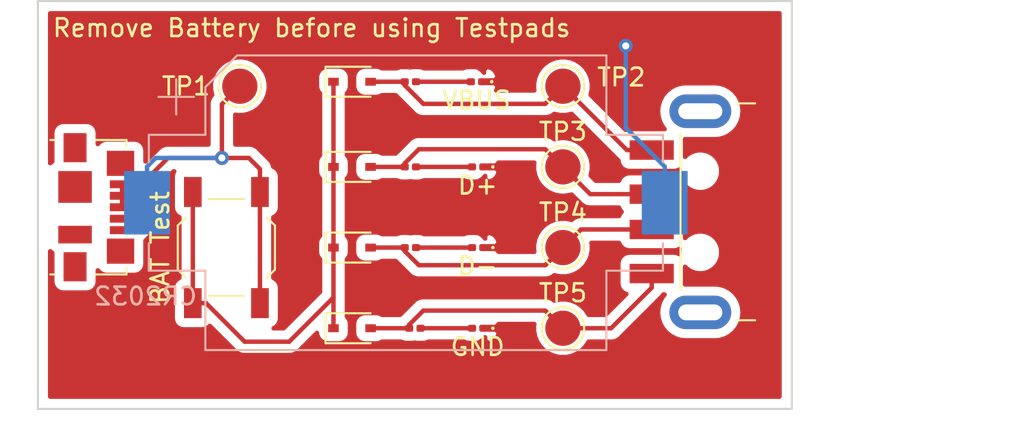
<source format=kicad_pcb>
(kicad_pcb (version 20171130) (host pcbnew "(5.1.5-0-10_14)")

  (general
    (thickness 1.6)
    (drawings 6)
    (tracks 68)
    (zones 0)
    (modules 21)
    (nets 14)
  )

  (page A4)
  (layers
    (0 F.Cu signal)
    (31 B.Cu signal)
    (32 B.Adhes user)
    (33 F.Adhes user)
    (34 B.Paste user)
    (35 F.Paste user)
    (36 B.SilkS user)
    (37 F.SilkS user)
    (38 B.Mask user)
    (39 F.Mask user)
    (40 Dwgs.User user)
    (41 Cmts.User user)
    (42 Eco1.User user)
    (43 Eco2.User user)
    (44 Edge.Cuts user)
    (45 Margin user)
    (46 B.CrtYd user)
    (47 F.CrtYd user)
    (48 B.Fab user)
    (49 F.Fab user)
  )

  (setup
    (last_trace_width 0.25)
    (trace_clearance 0.2)
    (zone_clearance 0.508)
    (zone_45_only no)
    (trace_min 0.2)
    (via_size 0.8)
    (via_drill 0.4)
    (via_min_size 0.4)
    (via_min_drill 0.3)
    (uvia_size 0.3)
    (uvia_drill 0.1)
    (uvias_allowed no)
    (uvia_min_size 0.2)
    (uvia_min_drill 0.1)
    (edge_width 0.12)
    (segment_width 0.12)
    (pcb_text_width 0.3)
    (pcb_text_size 1.5 1.5)
    (mod_edge_width 0.12)
    (mod_text_size 1 1)
    (mod_text_width 0.15)
    (pad_size 1.524 1.524)
    (pad_drill 0.762)
    (pad_to_mask_clearance 0.051)
    (solder_mask_min_width 0.25)
    (aux_axis_origin 0 0)
    (visible_elements FFFFFF7F)
    (pcbplotparams
      (layerselection 0x010fc_ffffffff)
      (usegerberextensions false)
      (usegerberattributes false)
      (usegerberadvancedattributes false)
      (creategerberjobfile false)
      (excludeedgelayer true)
      (linewidth 0.100000)
      (plotframeref false)
      (viasonmask false)
      (mode 1)
      (useauxorigin false)
      (hpglpennumber 1)
      (hpglpenspeed 20)
      (hpglpendiameter 15.000000)
      (psnegative false)
      (psa4output false)
      (plotreference true)
      (plotvalue true)
      (plotinvisibletext false)
      (padsonsilk false)
      (subtractmaskfromsilk false)
      (outputformat 1)
      (mirror false)
      (drillshape 1)
      (scaleselection 1)
      (outputdirectory ""))
  )

  (net 0 "")
  (net 1 "Net-(BT1-Pad2)")
  (net 2 "Net-(J1-Pad5)")
  (net 3 "Net-(J2-Pad6)")
  (net 4 "Net-(BT1-Pad1)")
  (net 5 "Net-(LED1-Pad2)")
  (net 6 "Net-(LED2-Pad2)")
  (net 7 "Net-(LED3-Pad2)")
  (net 8 "Net-(LED4-Pad2)")
  (net 9 "Net-(D1-Pad2)")
  (net 10 "Net-(D1-Pad1)")
  (net 11 "Net-(D2-Pad2)")
  (net 12 "Net-(D3-Pad2)")
  (net 13 "Net-(D4-Pad2)")

  (net_class Default "This is the default net class."
    (clearance 0.2)
    (trace_width 0.25)
    (via_dia 0.8)
    (via_drill 0.4)
    (uvia_dia 0.3)
    (uvia_drill 0.1)
    (add_net "Net-(BT1-Pad1)")
    (add_net "Net-(BT1-Pad2)")
    (add_net "Net-(D1-Pad1)")
    (add_net "Net-(D1-Pad2)")
    (add_net "Net-(D2-Pad2)")
    (add_net "Net-(D3-Pad2)")
    (add_net "Net-(D4-Pad2)")
    (add_net "Net-(J1-Pad5)")
    (add_net "Net-(J2-Pad6)")
    (add_net "Net-(LED1-Pad2)")
    (add_net "Net-(LED2-Pad2)")
    (add_net "Net-(LED3-Pad2)")
    (add_net "Net-(LED4-Pad2)")
  )

  (module TestPoint:TestPoint_Pad_D2.0mm (layer F.Cu) (tedit 5A0F774F) (tstamp 5E55D685)
    (at 180.848 105.918)
    (descr "SMD pad as test Point, diameter 2.0mm")
    (tags "test point SMD pad")
    (path /5E569529)
    (attr virtual)
    (fp_text reference TP5 (at 0 -1.998) (layer F.SilkS)
      (effects (font (size 1 1) (thickness 0.15)))
    )
    (fp_text value TestPoint (at 0 2.05) (layer F.Fab)
      (effects (font (size 1 1) (thickness 0.15)))
    )
    (fp_circle (center 0 0) (end 0 1.2) (layer F.SilkS) (width 0.12))
    (fp_circle (center 0 0) (end 1.5 0) (layer F.CrtYd) (width 0.05))
    (fp_text user %R (at 0 -2) (layer F.Fab)
      (effects (font (size 1 1) (thickness 0.15)))
    )
    (pad 1 smd circle (at 0 0) (size 2 2) (layers F.Cu F.Mask)
      (net 13 "Net-(D4-Pad2)"))
  )

  (module TestPoint:TestPoint_Pad_D2.0mm (layer F.Cu) (tedit 5A0F774F) (tstamp 5E55D571)
    (at 180.848 101.346)
    (descr "SMD pad as test Point, diameter 2.0mm")
    (tags "test point SMD pad")
    (path /5E569523)
    (attr virtual)
    (fp_text reference TP4 (at 0 -1.998) (layer F.SilkS)
      (effects (font (size 1 1) (thickness 0.15)))
    )
    (fp_text value TestPoint (at 0 2.05) (layer F.Fab)
      (effects (font (size 1 1) (thickness 0.15)))
    )
    (fp_circle (center 0 0) (end 0 1.2) (layer F.SilkS) (width 0.12))
    (fp_circle (center 0 0) (end 1.5 0) (layer F.CrtYd) (width 0.05))
    (fp_text user %R (at 0 -2) (layer F.Fab)
      (effects (font (size 1 1) (thickness 0.15)))
    )
    (pad 1 smd circle (at 0 0) (size 2 2) (layers F.Cu F.Mask)
      (net 12 "Net-(D3-Pad2)"))
  )

  (module TestPoint:TestPoint_Pad_D2.0mm (layer F.Cu) (tedit 5A0F774F) (tstamp 5E55D6C4)
    (at 180.848 96.774)
    (descr "SMD pad as test Point, diameter 2.0mm")
    (tags "test point SMD pad")
    (path /5E56951D)
    (attr virtual)
    (fp_text reference TP3 (at 0 -1.998) (layer F.SilkS)
      (effects (font (size 1 1) (thickness 0.15)))
    )
    (fp_text value TestPoint (at 0 2.05) (layer F.Fab)
      (effects (font (size 1 1) (thickness 0.15)))
    )
    (fp_circle (center 0 0) (end 0 1.2) (layer F.SilkS) (width 0.12))
    (fp_circle (center 0 0) (end 1.5 0) (layer F.CrtYd) (width 0.05))
    (fp_text user %R (at 0 -2) (layer F.Fab)
      (effects (font (size 1 1) (thickness 0.15)))
    )
    (pad 1 smd circle (at 0 0) (size 2 2) (layers F.Cu F.Mask)
      (net 11 "Net-(D2-Pad2)"))
  )

  (module TestPoint:TestPoint_Pad_D2.0mm (layer F.Cu) (tedit 5A0F774F) (tstamp 5E55D6AF)
    (at 180.848 92.202)
    (descr "SMD pad as test Point, diameter 2.0mm")
    (tags "test point SMD pad")
    (path /5E569517)
    (attr virtual)
    (fp_text reference TP2 (at 3.302 -0.508) (layer F.SilkS)
      (effects (font (size 1 1) (thickness 0.15)))
    )
    (fp_text value TestPoint (at 0 2.05) (layer F.Fab)
      (effects (font (size 1 1) (thickness 0.15)))
    )
    (fp_circle (center 0 0) (end 0 1.2) (layer F.SilkS) (width 0.12))
    (fp_circle (center 0 0) (end 1.5 0) (layer F.CrtYd) (width 0.05))
    (fp_text user %R (at 3.302 -0.508) (layer F.Fab)
      (effects (font (size 1 1) (thickness 0.15)))
    )
    (pad 1 smd circle (at 0 0) (size 2 2) (layers F.Cu F.Mask)
      (net 9 "Net-(D1-Pad2)"))
  )

  (module TestPoint:TestPoint_Pad_D2.0mm (layer F.Cu) (tedit 5A0F774F) (tstamp 5E55D69A)
    (at 162.56 92.202)
    (descr "SMD pad as test Point, diameter 2.0mm")
    (tags "test point SMD pad")
    (path /5E557D73)
    (attr virtual)
    (fp_text reference TP1 (at -3.048 0) (layer F.SilkS)
      (effects (font (size 1 1) (thickness 0.15)))
    )
    (fp_text value TestPoint (at 0 2.05) (layer F.Fab)
      (effects (font (size 1 1) (thickness 0.15)))
    )
    (fp_circle (center 0 0) (end 0 1.2) (layer F.SilkS) (width 0.12))
    (fp_circle (center 0 0) (end 1.5 0) (layer F.CrtYd) (width 0.05))
    (fp_text user %R (at -3.048 0) (layer F.Fab)
      (effects (font (size 1 1) (thickness 0.15)))
    )
    (pad 1 smd circle (at 0 0) (size 2 2) (layers F.Cu F.Mask)
      (net 4 "Net-(BT1-Pad1)"))
  )

  (module Button_Switch_SMD:SW_SPST_TL3342 (layer F.Cu) (tedit 5A02FC95) (tstamp 5E55D5B4)
    (at 161.798 101.346 270)
    (descr "Low-profile SMD Tactile Switch, https://www.e-switch.com/system/asset/product_line/data_sheet/165/TL3342.pdf")
    (tags "SPST Tactile Switch")
    (path /5E5B399F)
    (attr smd)
    (fp_text reference SW1 (at 0 -3.75 90) (layer F.SilkS) hide
      (effects (font (size 1 1) (thickness 0.15)))
    )
    (fp_text value "BAT Test" (at 0 3.75 90) (layer F.SilkS)
      (effects (font (size 1 1) (thickness 0.15)))
    )
    (fp_circle (center 0 0) (end 1 0) (layer F.Fab) (width 0.1))
    (fp_line (start -4.25 3) (end -4.25 -3) (layer F.CrtYd) (width 0.05))
    (fp_line (start 4.25 3) (end -4.25 3) (layer F.CrtYd) (width 0.05))
    (fp_line (start 4.25 -3) (end 4.25 3) (layer F.CrtYd) (width 0.05))
    (fp_line (start -4.25 -3) (end 4.25 -3) (layer F.CrtYd) (width 0.05))
    (fp_line (start -1.2 -2.6) (end -2.6 -1.2) (layer F.Fab) (width 0.1))
    (fp_line (start 1.2 -2.6) (end -1.2 -2.6) (layer F.Fab) (width 0.1))
    (fp_line (start 2.6 -1.2) (end 1.2 -2.6) (layer F.Fab) (width 0.1))
    (fp_line (start 2.6 1.2) (end 2.6 -1.2) (layer F.Fab) (width 0.1))
    (fp_line (start 1.2 2.6) (end 2.6 1.2) (layer F.Fab) (width 0.1))
    (fp_line (start -1.2 2.6) (end 1.2 2.6) (layer F.Fab) (width 0.1))
    (fp_line (start -2.6 1.2) (end -1.2 2.6) (layer F.Fab) (width 0.1))
    (fp_line (start -2.6 -1.2) (end -2.6 1.2) (layer F.Fab) (width 0.1))
    (fp_line (start -1.25 -2.75) (end 1.25 -2.75) (layer F.SilkS) (width 0.12))
    (fp_line (start -2.75 -1) (end -2.75 1) (layer F.SilkS) (width 0.12))
    (fp_line (start -1.25 2.75) (end 1.25 2.75) (layer F.SilkS) (width 0.12))
    (fp_line (start 2.75 -1) (end 2.75 1) (layer F.SilkS) (width 0.12))
    (fp_line (start -2 1) (end -2 -1) (layer F.Fab) (width 0.1))
    (fp_line (start -1 2) (end -2 1) (layer F.Fab) (width 0.1))
    (fp_line (start 1 2) (end -1 2) (layer F.Fab) (width 0.1))
    (fp_line (start 2 1) (end 1 2) (layer F.Fab) (width 0.1))
    (fp_line (start 2 -1) (end 2 1) (layer F.Fab) (width 0.1))
    (fp_line (start 1 -2) (end 2 -1) (layer F.Fab) (width 0.1))
    (fp_line (start -1 -2) (end 1 -2) (layer F.Fab) (width 0.1))
    (fp_line (start -2 -1) (end -1 -2) (layer F.Fab) (width 0.1))
    (fp_line (start -1.7 -2.3) (end -1.25 -2.75) (layer F.SilkS) (width 0.12))
    (fp_line (start 1.7 -2.3) (end 1.25 -2.75) (layer F.SilkS) (width 0.12))
    (fp_line (start 1.7 2.3) (end 1.25 2.75) (layer F.SilkS) (width 0.12))
    (fp_line (start -1.7 2.3) (end -1.25 2.75) (layer F.SilkS) (width 0.12))
    (fp_line (start 3.2 1.6) (end 2.2 1.6) (layer F.Fab) (width 0.1))
    (fp_line (start 2.7 2.1) (end 2.7 1.6) (layer F.Fab) (width 0.1))
    (fp_line (start 1.7 2.1) (end 3.2 2.1) (layer F.Fab) (width 0.1))
    (fp_line (start -1.7 2.1) (end -3.2 2.1) (layer F.Fab) (width 0.1))
    (fp_line (start -3.2 1.6) (end -2.2 1.6) (layer F.Fab) (width 0.1))
    (fp_line (start -2.7 2.1) (end -2.7 1.6) (layer F.Fab) (width 0.1))
    (fp_line (start -3.2 -1.6) (end -2.2 -1.6) (layer F.Fab) (width 0.1))
    (fp_line (start -1.7 -2.1) (end -3.2 -2.1) (layer F.Fab) (width 0.1))
    (fp_line (start -2.7 -2.1) (end -2.7 -1.6) (layer F.Fab) (width 0.1))
    (fp_line (start 3.2 -1.6) (end 2.2 -1.6) (layer F.Fab) (width 0.1))
    (fp_line (start 1.7 -2.1) (end 3.2 -2.1) (layer F.Fab) (width 0.1))
    (fp_line (start 2.7 -2.1) (end 2.7 -1.6) (layer F.Fab) (width 0.1))
    (fp_line (start -3.2 -2.1) (end -3.2 -1.6) (layer F.Fab) (width 0.1))
    (fp_line (start -3.2 2.1) (end -3.2 1.6) (layer F.Fab) (width 0.1))
    (fp_line (start 3.2 -2.1) (end 3.2 -1.6) (layer F.Fab) (width 0.1))
    (fp_line (start 3.2 2.1) (end 3.2 1.6) (layer F.Fab) (width 0.1))
    (fp_text user %R (at 0 -3.75 90) (layer F.Fab) hide
      (effects (font (size 1 1) (thickness 0.15)))
    )
    (pad 2 smd rect (at 3.15 1.9 270) (size 1.7 1) (layers F.Cu F.Paste F.Mask)
      (net 10 "Net-(D1-Pad1)"))
    (pad 2 smd rect (at -3.15 1.9 270) (size 1.7 1) (layers F.Cu F.Paste F.Mask)
      (net 10 "Net-(D1-Pad1)"))
    (pad 1 smd rect (at 3.15 -1.9 270) (size 1.7 1) (layers F.Cu F.Paste F.Mask)
      (net 4 "Net-(BT1-Pad1)"))
    (pad 1 smd rect (at -3.15 -1.9 270) (size 1.7 1) (layers F.Cu F.Paste F.Mask)
      (net 4 "Net-(BT1-Pad1)"))
    (model ${KISYS3DMOD}/Button_Switch_SMD.3dshapes/SW_SPST_TL3342.wrl
      (at (xyz 0 0 0))
      (scale (xyz 1 1 1))
      (rotate (xyz 0 0 0))
    )
  )

  (module Resistor_SMD:R_0201_0603Metric (layer F.Cu) (tedit 5B301BBD) (tstamp 5E55D51A)
    (at 172.466 105.918 180)
    (descr "Resistor SMD 0201 (0603 Metric), square (rectangular) end terminal, IPC_7351 nominal, (Body size source: https://www.vishay.com/docs/20052/crcw0201e3.pdf), generated with kicad-footprint-generator")
    (tags resistor)
    (path /5E56A0B1)
    (attr smd)
    (fp_text reference R4 (at 0 -1.05) (layer F.SilkS) hide
      (effects (font (size 1 1) (thickness 0.15)))
    )
    (fp_text value 5,1 (at 0 1.05) (layer F.Fab)
      (effects (font (size 1 1) (thickness 0.15)))
    )
    (fp_text user %R (at 0 -0.68) (layer F.Fab)
      (effects (font (size 0.25 0.25) (thickness 0.04)))
    )
    (fp_line (start 0.7 0.35) (end -0.7 0.35) (layer F.CrtYd) (width 0.05))
    (fp_line (start 0.7 -0.35) (end 0.7 0.35) (layer F.CrtYd) (width 0.05))
    (fp_line (start -0.7 -0.35) (end 0.7 -0.35) (layer F.CrtYd) (width 0.05))
    (fp_line (start -0.7 0.35) (end -0.7 -0.35) (layer F.CrtYd) (width 0.05))
    (fp_line (start 0.3 0.15) (end -0.3 0.15) (layer F.Fab) (width 0.1))
    (fp_line (start 0.3 -0.15) (end 0.3 0.15) (layer F.Fab) (width 0.1))
    (fp_line (start -0.3 -0.15) (end 0.3 -0.15) (layer F.Fab) (width 0.1))
    (fp_line (start -0.3 0.15) (end -0.3 -0.15) (layer F.Fab) (width 0.1))
    (pad 2 smd roundrect (at 0.32 0 180) (size 0.46 0.4) (layers F.Cu F.Mask) (roundrect_rratio 0.25)
      (net 13 "Net-(D4-Pad2)"))
    (pad 1 smd roundrect (at -0.32 0 180) (size 0.46 0.4) (layers F.Cu F.Mask) (roundrect_rratio 0.25)
      (net 8 "Net-(LED4-Pad2)"))
    (pad "" smd roundrect (at 0.345 0 180) (size 0.318 0.36) (layers F.Paste) (roundrect_rratio 0.25))
    (pad "" smd roundrect (at -0.345 0 180) (size 0.318 0.36) (layers F.Paste) (roundrect_rratio 0.25))
    (model ${KISYS3DMOD}/Resistor_SMD.3dshapes/R_0201_0603Metric.wrl
      (at (xyz 0 0 0))
      (scale (xyz 1 1 1))
      (rotate (xyz 0 0 0))
    )
  )

  (module Resistor_SMD:R_0201_0603Metric (layer F.Cu) (tedit 5B301BBD) (tstamp 5E55D54A)
    (at 172.212 101.346 180)
    (descr "Resistor SMD 0201 (0603 Metric), square (rectangular) end terminal, IPC_7351 nominal, (Body size source: https://www.vishay.com/docs/20052/crcw0201e3.pdf), generated with kicad-footprint-generator")
    (tags resistor)
    (path /5E52BF6A)
    (attr smd)
    (fp_text reference R3 (at 0 -1.05) (layer F.SilkS) hide
      (effects (font (size 1 1) (thickness 0.15)))
    )
    (fp_text value 5,1 (at 0 1.05) (layer F.Fab)
      (effects (font (size 1 1) (thickness 0.15)))
    )
    (fp_text user %R (at 0 -0.68) (layer F.Fab)
      (effects (font (size 0.25 0.25) (thickness 0.04)))
    )
    (fp_line (start 0.7 0.35) (end -0.7 0.35) (layer F.CrtYd) (width 0.05))
    (fp_line (start 0.7 -0.35) (end 0.7 0.35) (layer F.CrtYd) (width 0.05))
    (fp_line (start -0.7 -0.35) (end 0.7 -0.35) (layer F.CrtYd) (width 0.05))
    (fp_line (start -0.7 0.35) (end -0.7 -0.35) (layer F.CrtYd) (width 0.05))
    (fp_line (start 0.3 0.15) (end -0.3 0.15) (layer F.Fab) (width 0.1))
    (fp_line (start 0.3 -0.15) (end 0.3 0.15) (layer F.Fab) (width 0.1))
    (fp_line (start -0.3 -0.15) (end 0.3 -0.15) (layer F.Fab) (width 0.1))
    (fp_line (start -0.3 0.15) (end -0.3 -0.15) (layer F.Fab) (width 0.1))
    (pad 2 smd roundrect (at 0.32 0 180) (size 0.46 0.4) (layers F.Cu F.Mask) (roundrect_rratio 0.25)
      (net 12 "Net-(D3-Pad2)"))
    (pad 1 smd roundrect (at -0.32 0 180) (size 0.46 0.4) (layers F.Cu F.Mask) (roundrect_rratio 0.25)
      (net 7 "Net-(LED3-Pad2)"))
    (pad "" smd roundrect (at 0.345 0 180) (size 0.318 0.36) (layers F.Paste) (roundrect_rratio 0.25))
    (pad "" smd roundrect (at -0.345 0 180) (size 0.318 0.36) (layers F.Paste) (roundrect_rratio 0.25))
    (model ${KISYS3DMOD}/Resistor_SMD.3dshapes/R_0201_0603Metric.wrl
      (at (xyz 0 0 0))
      (scale (xyz 1 1 1))
      (rotate (xyz 0 0 0))
    )
  )

  (module Resistor_SMD:R_0201_0603Metric (layer F.Cu) (tedit 5B301BBD) (tstamp 5E55D62E)
    (at 172.212 96.774 180)
    (descr "Resistor SMD 0201 (0603 Metric), square (rectangular) end terminal, IPC_7351 nominal, (Body size source: https://www.vishay.com/docs/20052/crcw0201e3.pdf), generated with kicad-footprint-generator")
    (tags resistor)
    (path /5E52B96A)
    (attr smd)
    (fp_text reference R2 (at 0 -1.05) (layer F.SilkS) hide
      (effects (font (size 1 1) (thickness 0.15)))
    )
    (fp_text value 5,1 (at 0 1.05) (layer F.Fab)
      (effects (font (size 1 1) (thickness 0.15)))
    )
    (fp_text user %R (at 0 -0.68) (layer F.Fab)
      (effects (font (size 0.25 0.25) (thickness 0.04)))
    )
    (fp_line (start 0.7 0.35) (end -0.7 0.35) (layer F.CrtYd) (width 0.05))
    (fp_line (start 0.7 -0.35) (end 0.7 0.35) (layer F.CrtYd) (width 0.05))
    (fp_line (start -0.7 -0.35) (end 0.7 -0.35) (layer F.CrtYd) (width 0.05))
    (fp_line (start -0.7 0.35) (end -0.7 -0.35) (layer F.CrtYd) (width 0.05))
    (fp_line (start 0.3 0.15) (end -0.3 0.15) (layer F.Fab) (width 0.1))
    (fp_line (start 0.3 -0.15) (end 0.3 0.15) (layer F.Fab) (width 0.1))
    (fp_line (start -0.3 -0.15) (end 0.3 -0.15) (layer F.Fab) (width 0.1))
    (fp_line (start -0.3 0.15) (end -0.3 -0.15) (layer F.Fab) (width 0.1))
    (pad 2 smd roundrect (at 0.32 0 180) (size 0.46 0.4) (layers F.Cu F.Mask) (roundrect_rratio 0.25)
      (net 11 "Net-(D2-Pad2)"))
    (pad 1 smd roundrect (at -0.32 0 180) (size 0.46 0.4) (layers F.Cu F.Mask) (roundrect_rratio 0.25)
      (net 6 "Net-(LED2-Pad2)"))
    (pad "" smd roundrect (at 0.345 0 180) (size 0.318 0.36) (layers F.Paste) (roundrect_rratio 0.25))
    (pad "" smd roundrect (at -0.345 0 180) (size 0.318 0.36) (layers F.Paste) (roundrect_rratio 0.25))
    (model ${KISYS3DMOD}/Resistor_SMD.3dshapes/R_0201_0603Metric.wrl
      (at (xyz 0 0 0))
      (scale (xyz 1 1 1))
      (rotate (xyz 0 0 0))
    )
  )

  (module Resistor_SMD:R_0201_0603Metric (layer F.Cu) (tedit 5B301BBD) (tstamp 5E55D65E)
    (at 172.212 91.948 180)
    (descr "Resistor SMD 0201 (0603 Metric), square (rectangular) end terminal, IPC_7351 nominal, (Body size source: https://www.vishay.com/docs/20052/crcw0201e3.pdf), generated with kicad-footprint-generator")
    (tags resistor)
    (path /5E527EE5)
    (attr smd)
    (fp_text reference R1 (at 0 -1.05) (layer F.SilkS) hide
      (effects (font (size 1 1) (thickness 0.15)))
    )
    (fp_text value 5,1 (at 0 1.05) (layer F.Fab)
      (effects (font (size 1 1) (thickness 0.15)))
    )
    (fp_text user %R (at 0 -0.68) (layer F.Fab)
      (effects (font (size 0.25 0.25) (thickness 0.04)))
    )
    (fp_line (start 0.7 0.35) (end -0.7 0.35) (layer F.CrtYd) (width 0.05))
    (fp_line (start 0.7 -0.35) (end 0.7 0.35) (layer F.CrtYd) (width 0.05))
    (fp_line (start -0.7 -0.35) (end 0.7 -0.35) (layer F.CrtYd) (width 0.05))
    (fp_line (start -0.7 0.35) (end -0.7 -0.35) (layer F.CrtYd) (width 0.05))
    (fp_line (start 0.3 0.15) (end -0.3 0.15) (layer F.Fab) (width 0.1))
    (fp_line (start 0.3 -0.15) (end 0.3 0.15) (layer F.Fab) (width 0.1))
    (fp_line (start -0.3 -0.15) (end 0.3 -0.15) (layer F.Fab) (width 0.1))
    (fp_line (start -0.3 0.15) (end -0.3 -0.15) (layer F.Fab) (width 0.1))
    (pad 2 smd roundrect (at 0.32 0 180) (size 0.46 0.4) (layers F.Cu F.Mask) (roundrect_rratio 0.25)
      (net 9 "Net-(D1-Pad2)"))
    (pad 1 smd roundrect (at -0.32 0 180) (size 0.46 0.4) (layers F.Cu F.Mask) (roundrect_rratio 0.25)
      (net 5 "Net-(LED1-Pad2)"))
    (pad "" smd roundrect (at 0.345 0 180) (size 0.318 0.36) (layers F.Paste) (roundrect_rratio 0.25))
    (pad "" smd roundrect (at -0.345 0 180) (size 0.318 0.36) (layers F.Paste) (roundrect_rratio 0.25))
    (model ${KISYS3DMOD}/Resistor_SMD.3dshapes/R_0201_0603Metric.wrl
      (at (xyz 0 0 0))
      (scale (xyz 1 1 1))
      (rotate (xyz 0 0 0))
    )
  )

  (module Diode_SMD:D_0201_0603Metric (layer F.Cu) (tedit 5B301BBE) (tstamp 5E55D6E5)
    (at 176.022 105.918 180)
    (descr "Diode SMD 0201 (0603 Metric), square (rectangular) end terminal, IPC_7351 nominal, (Body size source: https://www.vishay.com/docs/20052/crcw0201e3.pdf), generated with kicad-footprint-generator")
    (tags diode)
    (path /5E56D8D1)
    (attr smd)
    (fp_text reference GND (at 0 -1.05) (layer F.SilkS)
      (effects (font (size 1 1) (thickness 0.15)))
    )
    (fp_text value LED (at 0 1.05) (layer F.Fab)
      (effects (font (size 1 1) (thickness 0.15)))
    )
    (fp_text user %R (at 0 -0.68) (layer F.Fab)
      (effects (font (size 0.25 0.25) (thickness 0.04)))
    )
    (fp_line (start 0.7 0.35) (end -0.7 0.35) (layer F.CrtYd) (width 0.05))
    (fp_line (start 0.7 -0.35) (end 0.7 0.35) (layer F.CrtYd) (width 0.05))
    (fp_line (start -0.7 -0.35) (end 0.7 -0.35) (layer F.CrtYd) (width 0.05))
    (fp_line (start -0.7 0.35) (end -0.7 -0.35) (layer F.CrtYd) (width 0.05))
    (fp_line (start -0.1 0.15) (end -0.1 -0.15) (layer F.Fab) (width 0.1))
    (fp_line (start -0.2 0.15) (end -0.2 -0.15) (layer F.Fab) (width 0.1))
    (fp_line (start 0.3 0.15) (end -0.3 0.15) (layer F.Fab) (width 0.1))
    (fp_line (start 0.3 -0.15) (end 0.3 0.15) (layer F.Fab) (width 0.1))
    (fp_line (start -0.3 -0.15) (end 0.3 -0.15) (layer F.Fab) (width 0.1))
    (fp_line (start -0.3 0.15) (end -0.3 -0.15) (layer F.Fab) (width 0.1))
    (fp_circle (center -0.86 0) (end -0.81 0) (layer F.SilkS) (width 0.1))
    (pad 2 smd roundrect (at 0.32 0 180) (size 0.46 0.4) (layers F.Cu F.Mask) (roundrect_rratio 0.25)
      (net 8 "Net-(LED4-Pad2)"))
    (pad 1 smd roundrect (at -0.32 0 180) (size 0.46 0.4) (layers F.Cu F.Mask) (roundrect_rratio 0.25)
      (net 1 "Net-(BT1-Pad2)"))
    (pad "" smd roundrect (at 0.345 0 180) (size 0.318 0.36) (layers F.Paste) (roundrect_rratio 0.25))
    (pad "" smd roundrect (at -0.345 0 180) (size 0.318 0.36) (layers F.Paste) (roundrect_rratio 0.25))
    (model ${KISYS3DMOD}/Diode_SMD.3dshapes/D_0201_0603Metric.wrl
      (at (xyz 0 0 0))
      (scale (xyz 1 1 1))
      (rotate (xyz 0 0 0))
    )
  )

  (module Diode_SMD:D_0201_0603Metric (layer F.Cu) (tedit 5B301BBE) (tstamp 5E55D71E)
    (at 176.022 101.346 180)
    (descr "Diode SMD 0201 (0603 Metric), square (rectangular) end terminal, IPC_7351 nominal, (Body size source: https://www.vishay.com/docs/20052/crcw0201e3.pdf), generated with kicad-footprint-generator")
    (tags diode)
    (path /5E56D6C6)
    (attr smd)
    (fp_text reference D- (at 0 -1.05) (layer F.SilkS)
      (effects (font (size 1 1) (thickness 0.15)))
    )
    (fp_text value LED (at 0 1.05) (layer F.Fab)
      (effects (font (size 1 1) (thickness 0.15)))
    )
    (fp_text user %R (at 0 -0.68) (layer F.Fab)
      (effects (font (size 0.25 0.25) (thickness 0.04)))
    )
    (fp_line (start 0.7 0.35) (end -0.7 0.35) (layer F.CrtYd) (width 0.05))
    (fp_line (start 0.7 -0.35) (end 0.7 0.35) (layer F.CrtYd) (width 0.05))
    (fp_line (start -0.7 -0.35) (end 0.7 -0.35) (layer F.CrtYd) (width 0.05))
    (fp_line (start -0.7 0.35) (end -0.7 -0.35) (layer F.CrtYd) (width 0.05))
    (fp_line (start -0.1 0.15) (end -0.1 -0.15) (layer F.Fab) (width 0.1))
    (fp_line (start -0.2 0.15) (end -0.2 -0.15) (layer F.Fab) (width 0.1))
    (fp_line (start 0.3 0.15) (end -0.3 0.15) (layer F.Fab) (width 0.1))
    (fp_line (start 0.3 -0.15) (end 0.3 0.15) (layer F.Fab) (width 0.1))
    (fp_line (start -0.3 -0.15) (end 0.3 -0.15) (layer F.Fab) (width 0.1))
    (fp_line (start -0.3 0.15) (end -0.3 -0.15) (layer F.Fab) (width 0.1))
    (fp_circle (center -0.86 0) (end -0.81 0) (layer F.SilkS) (width 0.1))
    (pad 2 smd roundrect (at 0.32 0 180) (size 0.46 0.4) (layers F.Cu F.Mask) (roundrect_rratio 0.25)
      (net 7 "Net-(LED3-Pad2)"))
    (pad 1 smd roundrect (at -0.32 0 180) (size 0.46 0.4) (layers F.Cu F.Mask) (roundrect_rratio 0.25)
      (net 1 "Net-(BT1-Pad2)"))
    (pad "" smd roundrect (at 0.345 0 180) (size 0.318 0.36) (layers F.Paste) (roundrect_rratio 0.25))
    (pad "" smd roundrect (at -0.345 0 180) (size 0.318 0.36) (layers F.Paste) (roundrect_rratio 0.25))
    (model ${KISYS3DMOD}/Diode_SMD.3dshapes/D_0201_0603Metric.wrl
      (at (xyz 0 0 0))
      (scale (xyz 1 1 1))
      (rotate (xyz 0 0 0))
    )
  )

  (module Diode_SMD:D_0201_0603Metric (layer F.Cu) (tedit 5B301BBE) (tstamp 5E55D757)
    (at 176.022 96.774 180)
    (descr "Diode SMD 0201 (0603 Metric), square (rectangular) end terminal, IPC_7351 nominal, (Body size source: https://www.vishay.com/docs/20052/crcw0201e3.pdf), generated with kicad-footprint-generator")
    (tags diode)
    (path /5E56D1E1)
    (attr smd)
    (fp_text reference D+ (at 0 -1.05) (layer F.SilkS)
      (effects (font (size 1 1) (thickness 0.15)))
    )
    (fp_text value LED (at 0 1.05) (layer F.Fab)
      (effects (font (size 1 1) (thickness 0.15)))
    )
    (fp_text user %R (at 0 -0.68) (layer F.Fab)
      (effects (font (size 0.25 0.25) (thickness 0.04)))
    )
    (fp_line (start 0.7 0.35) (end -0.7 0.35) (layer F.CrtYd) (width 0.05))
    (fp_line (start 0.7 -0.35) (end 0.7 0.35) (layer F.CrtYd) (width 0.05))
    (fp_line (start -0.7 -0.35) (end 0.7 -0.35) (layer F.CrtYd) (width 0.05))
    (fp_line (start -0.7 0.35) (end -0.7 -0.35) (layer F.CrtYd) (width 0.05))
    (fp_line (start -0.1 0.15) (end -0.1 -0.15) (layer F.Fab) (width 0.1))
    (fp_line (start -0.2 0.15) (end -0.2 -0.15) (layer F.Fab) (width 0.1))
    (fp_line (start 0.3 0.15) (end -0.3 0.15) (layer F.Fab) (width 0.1))
    (fp_line (start 0.3 -0.15) (end 0.3 0.15) (layer F.Fab) (width 0.1))
    (fp_line (start -0.3 -0.15) (end 0.3 -0.15) (layer F.Fab) (width 0.1))
    (fp_line (start -0.3 0.15) (end -0.3 -0.15) (layer F.Fab) (width 0.1))
    (fp_circle (center -0.86 0) (end -0.81 0) (layer F.SilkS) (width 0.1))
    (pad 2 smd roundrect (at 0.32 0 180) (size 0.46 0.4) (layers F.Cu F.Mask) (roundrect_rratio 0.25)
      (net 6 "Net-(LED2-Pad2)"))
    (pad 1 smd roundrect (at -0.32 0 180) (size 0.46 0.4) (layers F.Cu F.Mask) (roundrect_rratio 0.25)
      (net 1 "Net-(BT1-Pad2)"))
    (pad "" smd roundrect (at 0.345 0 180) (size 0.318 0.36) (layers F.Paste) (roundrect_rratio 0.25))
    (pad "" smd roundrect (at -0.345 0 180) (size 0.318 0.36) (layers F.Paste) (roundrect_rratio 0.25))
    (model ${KISYS3DMOD}/Diode_SMD.3dshapes/D_0201_0603Metric.wrl
      (at (xyz 0 0 0))
      (scale (xyz 1 1 1))
      (rotate (xyz 0 0 0))
    )
  )

  (module Diode_SMD:D_0201_0603Metric (layer F.Cu) (tedit 5B301BBE) (tstamp 5E55D790)
    (at 175.956 91.948 180)
    (descr "Diode SMD 0201 (0603 Metric), square (rectangular) end terminal, IPC_7351 nominal, (Body size source: https://www.vishay.com/docs/20052/crcw0201e3.pdf), generated with kicad-footprint-generator")
    (tags diode)
    (path /5E56D006)
    (attr smd)
    (fp_text reference VBUS (at 0 -1.05) (layer F.SilkS)
      (effects (font (size 1 1) (thickness 0.15)))
    )
    (fp_text value LED (at 0 1.05) (layer F.Fab)
      (effects (font (size 1 1) (thickness 0.15)))
    )
    (fp_text user %R (at 0 -0.68) (layer F.Fab)
      (effects (font (size 0.25 0.25) (thickness 0.04)))
    )
    (fp_line (start 0.7 0.35) (end -0.7 0.35) (layer F.CrtYd) (width 0.05))
    (fp_line (start 0.7 -0.35) (end 0.7 0.35) (layer F.CrtYd) (width 0.05))
    (fp_line (start -0.7 -0.35) (end 0.7 -0.35) (layer F.CrtYd) (width 0.05))
    (fp_line (start -0.7 0.35) (end -0.7 -0.35) (layer F.CrtYd) (width 0.05))
    (fp_line (start -0.1 0.15) (end -0.1 -0.15) (layer F.Fab) (width 0.1))
    (fp_line (start -0.2 0.15) (end -0.2 -0.15) (layer F.Fab) (width 0.1))
    (fp_line (start 0.3 0.15) (end -0.3 0.15) (layer F.Fab) (width 0.1))
    (fp_line (start 0.3 -0.15) (end 0.3 0.15) (layer F.Fab) (width 0.1))
    (fp_line (start -0.3 -0.15) (end 0.3 -0.15) (layer F.Fab) (width 0.1))
    (fp_line (start -0.3 0.15) (end -0.3 -0.15) (layer F.Fab) (width 0.1))
    (fp_circle (center -0.86 0) (end -0.81 0) (layer F.SilkS) (width 0.1))
    (pad 2 smd roundrect (at 0.32 0 180) (size 0.46 0.4) (layers F.Cu F.Mask) (roundrect_rratio 0.25)
      (net 5 "Net-(LED1-Pad2)"))
    (pad 1 smd roundrect (at -0.32 0 180) (size 0.46 0.4) (layers F.Cu F.Mask) (roundrect_rratio 0.25)
      (net 1 "Net-(BT1-Pad2)"))
    (pad "" smd roundrect (at 0.345 0 180) (size 0.318 0.36) (layers F.Paste) (roundrect_rratio 0.25))
    (pad "" smd roundrect (at -0.345 0 180) (size 0.318 0.36) (layers F.Paste) (roundrect_rratio 0.25))
    (model ${KISYS3DMOD}/Diode_SMD.3dshapes/D_0201_0603Metric.wrl
      (at (xyz 0 0 0))
      (scale (xyz 1 1 1))
      (rotate (xyz 0 0 0))
    )
  )

  (module Connector_USB:USB_Micro-B_Molex_47346-0001 (layer F.Cu) (tedit 5D8620A7) (tstamp 5E55B8C6)
    (at 154.432 99.06 270)
    (descr "Micro USB B receptable with flange, bottom-mount, SMD, right-angle (http://www.molex.com/pdm_docs/sd/473460001_sd.pdf)")
    (tags "Micro B USB SMD")
    (path /5E53859A)
    (attr smd)
    (fp_text reference J2 (at 0 -3.3 270) (layer F.SilkS) hide
      (effects (font (size 1 1) (thickness 0.15)))
    )
    (fp_text value USB_B_Micro (at 0 4.6 270) (layer F.Fab)
      (effects (font (size 1 1) (thickness 0.15)))
    )
    (fp_line (start -3.25 2.65) (end 3.25 2.65) (layer F.Fab) (width 0.1))
    (fp_line (start -3.81 2.6) (end -3.81 2.34) (layer F.SilkS) (width 0.12))
    (fp_line (start -3.81 0.06) (end -3.81 -1.71) (layer F.SilkS) (width 0.12))
    (fp_line (start -3.81 -1.71) (end -3.43 -1.71) (layer F.SilkS) (width 0.12))
    (fp_line (start 3.81 -1.71) (end 3.81 0.06) (layer F.SilkS) (width 0.12))
    (fp_line (start 3.81 2.34) (end 3.81 2.6) (layer F.SilkS) (width 0.12))
    (fp_line (start -3.75 3.35) (end -3.75 -1.65) (layer F.Fab) (width 0.1))
    (fp_line (start -3.75 -1.65) (end 3.75 -1.65) (layer F.Fab) (width 0.1))
    (fp_line (start 3.75 -1.65) (end 3.75 3.35) (layer F.Fab) (width 0.1))
    (fp_line (start 3.75 3.35) (end -3.75 3.35) (layer F.Fab) (width 0.1))
    (fp_line (start -4.7 3.85) (end -4.7 -2.65) (layer F.CrtYd) (width 0.05))
    (fp_line (start -4.7 -2.65) (end 4.7 -2.65) (layer F.CrtYd) (width 0.05))
    (fp_line (start 4.7 -2.65) (end 4.7 3.85) (layer F.CrtYd) (width 0.05))
    (fp_line (start 4.7 3.85) (end -4.7 3.85) (layer F.CrtYd) (width 0.05))
    (fp_line (start 3.81 -1.71) (end 3.43 -1.71) (layer F.SilkS) (width 0.12))
    (fp_text user %R (at 0 1.2 90) (layer F.Fab)
      (effects (font (size 1 1) (thickness 0.15)))
    )
    (fp_text user "PCB Edge" (at 0 2.67 270) (layer Dwgs.User)
      (effects (font (size 0.4 0.4) (thickness 0.04)))
    )
    (pad 6 smd rect (at 1.55 1.2 270) (size 1 1.9) (layers F.Cu F.Paste F.Mask)
      (net 3 "Net-(J2-Pad6)"))
    (pad 6 smd rect (at -1.15 1.2 270) (size 1.8 1.9) (layers F.Cu F.Paste F.Mask)
      (net 3 "Net-(J2-Pad6)"))
    (pad 6 smd rect (at 3.375 1.2 270) (size 1.65 1.3) (layers F.Cu F.Paste F.Mask)
      (net 3 "Net-(J2-Pad6)"))
    (pad 6 smd rect (at -3.375 1.2 270) (size 1.65 1.3) (layers F.Cu F.Paste F.Mask)
      (net 3 "Net-(J2-Pad6)"))
    (pad 6 smd rect (at 2.4875 -1.375 270) (size 1.425 1.55) (layers F.Cu F.Paste F.Mask)
      (net 3 "Net-(J2-Pad6)"))
    (pad 6 smd rect (at -2.4875 -1.375 270) (size 1.425 1.55) (layers F.Cu F.Paste F.Mask)
      (net 3 "Net-(J2-Pad6)"))
    (pad 5 smd rect (at 1.3 -1.46 270) (size 0.45 1.38) (layers F.Cu F.Paste F.Mask)
      (net 4 "Net-(BT1-Pad1)"))
    (pad 4 smd rect (at 0.65 -1.46 270) (size 0.45 1.38) (layers F.Cu F.Paste F.Mask))
    (pad 3 smd rect (at 0 -1.46 270) (size 0.45 1.38) (layers F.Cu F.Paste F.Mask)
      (net 4 "Net-(BT1-Pad1)"))
    (pad 2 smd rect (at -0.65 -1.46 270) (size 0.45 1.38) (layers F.Cu F.Paste F.Mask)
      (net 4 "Net-(BT1-Pad1)"))
    (pad 1 smd rect (at -1.3 -1.46 270) (size 0.45 1.38) (layers F.Cu F.Paste F.Mask)
      (net 4 "Net-(BT1-Pad1)"))
    (model ${KISYS3DMOD}/Connector_USB.3dshapes/USB_Micro-B_Molex_47346-0001.wrl
      (at (xyz 0 0 0))
      (scale (xyz 1 1 1))
      (rotate (xyz 0 0 0))
    )
  )

  (module Connector_USB:USB_A_CNCTech_1001-011-01101_Horizontal (layer F.Cu) (tedit 5E53AEED) (tstamp 5E55AF27)
    (at 195.524 99.319533)
    (descr http://cnctech.us/pdfs/1001-011-01101.pdf)
    (tags USB-A)
    (path /5E533902)
    (attr smd)
    (fp_text reference J1 (at -6.9 -8) (layer F.SilkS) hide
      (effects (font (size 1 1) (thickness 0.15)))
    )
    (fp_text value USB_A (at 0 8 180) (layer F.Fab)
      (effects (font (size 1 1) (thickness 0.15)))
    )
    (fp_line (start -11.4 4.55) (end -9.15 4.55) (layer F.CrtYd) (width 0.05))
    (fp_line (start -9.15 4.55) (end -9.15 7.15) (layer F.CrtYd) (width 0.05))
    (fp_line (start -9.15 7.15) (end -4.65 7.15) (layer F.CrtYd) (width 0.05))
    (fp_line (start -4.65 7.15) (end -4.65 6.52) (layer F.CrtYd) (width 0.05))
    (fp_line (start -4.65 6.52) (end 11.4 6.52) (layer F.CrtYd) (width 0.05))
    (fp_text user %R (at -6 0 90) (layer F.Fab)
      (effects (font (size 1 1) (thickness 0.15)))
    )
    (fp_line (start 11.4 6.52) (end 11.4 -6.52) (layer F.CrtYd) (width 0.05))
    (fp_line (start -4.65 -6.52) (end 11.4 -6.52) (layer F.CrtYd) (width 0.05))
    (fp_line (start -4.65 -6.52) (end -4.65 -7.15) (layer F.CrtYd) (width 0.05))
    (fp_line (start -9.15 -7.15) (end -4.65 -7.15) (layer F.CrtYd) (width 0.05))
    (fp_line (start -9.15 -7.15) (end -9.15 -4.55) (layer F.CrtYd) (width 0.05))
    (fp_line (start -11.4 -4.55) (end -9.15 -4.55) (layer F.CrtYd) (width 0.05))
    (fp_line (start -11.4 4.55) (end -11.4 -4.55) (layer F.CrtYd) (width 0.05))
    (fp_line (start -4.85 6.145) (end -3.8 6.145) (layer F.SilkS) (width 0.12))
    (fp_line (start -4.85 -6.145) (end -3.8 -6.145) (layer F.SilkS) (width 0.12))
    (fp_text user "PCB Edge" (at -4.55 -0.05 90) (layer Dwgs.User)
      (effects (font (size 0.6 0.6) (thickness 0.09)))
    )
    (fp_line (start -3.8 6.025) (end -3.8 -6.025) (layer Dwgs.User) (width 0.1))
    (fp_line (start -8.02 -4.4) (end -8.02 4.4) (layer F.SilkS) (width 0.12))
    (fp_circle (center -6.9 2.3) (end -6.9 2.8) (layer F.Fab) (width 0.1))
    (fp_circle (center -6.9 -2.3) (end -6.9 -2.8) (layer F.Fab) (width 0.1))
    (fp_line (start -10.4 -3.25) (end -7.9 -3.25) (layer F.Fab) (width 0.1))
    (fp_line (start -10.4 -3.25) (end -10.4 -3.75) (layer F.Fab) (width 0.1))
    (fp_line (start -10.4 -3.75) (end -7.9 -3.75) (layer F.Fab) (width 0.1))
    (fp_line (start -10.4 -1.25) (end -7.9 -1.25) (layer F.Fab) (width 0.1))
    (fp_line (start -10.4 -0.75) (end -7.9 -0.75) (layer F.Fab) (width 0.1))
    (fp_line (start -10.4 -0.75) (end -10.4 -1.25) (layer F.Fab) (width 0.1))
    (fp_line (start -10.4 1.25) (end -7.9 1.25) (layer F.Fab) (width 0.1))
    (fp_line (start -10.4 1.25) (end -10.4 0.75) (layer F.Fab) (width 0.1))
    (fp_line (start -10.4 0.75) (end -7.9 0.75) (layer F.Fab) (width 0.1))
    (fp_line (start -10.4 3.75) (end -7.9 3.75) (layer F.Fab) (width 0.1))
    (fp_line (start -10.4 3.25) (end -7.9 3.25) (layer F.Fab) (width 0.1))
    (fp_line (start -10.4 3.75) (end -10.4 3.25) (layer F.Fab) (width 0.1))
    (fp_line (start 10.9 6.025) (end 10.9 -6.025) (layer F.Fab) (width 0.1))
    (fp_line (start -7.9 6.025) (end 10.9 6.025) (layer F.Fab) (width 0.1))
    (fp_line (start -7.9 -6.025) (end 10.9 -6.025) (layer F.Fab) (width 0.1))
    (fp_line (start -7.9 6.025) (end -7.9 -6.025) (layer F.Fab) (width 0.1))
    (pad "" np_thru_hole circle (at -6.9 2.3) (size 1.1 1.1) (drill 1.1) (layers *.Cu *.Mask))
    (pad "" np_thru_hole circle (at -6.9 -2.3) (size 1.1 1.1) (drill 1.1) (layers *.Cu *.Mask))
    (pad 5 thru_hole oval (at -6.9 5.7) (size 3.5 1.9) (drill oval 2.5 0.9) (layers *.Cu *.Mask)
      (net 2 "Net-(J1-Pad5)"))
    (pad 5 thru_hole oval (at -6.9 -5.7) (size 3.5 1.9) (drill oval 2.5 0.9) (layers *.Cu *.Mask)
      (net 2 "Net-(J1-Pad5)"))
    (pad 4 smd rect (at -9.65 3.5) (size 2.5 1.1) (layers F.Cu F.Paste F.Mask)
      (net 13 "Net-(D4-Pad2)"))
    (pad 1 smd rect (at -9.65 -3.5) (size 2.5 1.1) (layers F.Cu F.Paste F.Mask)
      (net 9 "Net-(D1-Pad2)"))
    (pad 3 smd rect (at -9.65 1) (size 2.5 1.1) (layers F.Cu F.Paste F.Mask)
      (net 12 "Net-(D3-Pad2)"))
    (pad 2 smd rect (at -9.65 -1) (size 2.5 1.1) (layers F.Cu F.Paste F.Mask)
      (net 11 "Net-(D2-Pad2)"))
    (model /Users/simon/Downloads/walter/conn_pc/usb_A.wrl
      (offset (xyz -3.5 0 0))
      (scale (xyz 0.8 1 1))
      (rotate (xyz 180 180 90))
    )
  )

  (module Diode_SMD:D_SOD-323 (layer F.Cu) (tedit 58641739) (tstamp 5E55D89C)
    (at 168.91 105.918)
    (descr SOD-323)
    (tags SOD-323)
    (path /5E55FA7A)
    (attr smd)
    (fp_text reference D4 (at 0 -1.85) (layer F.SilkS) hide
      (effects (font (size 1 1) (thickness 0.15)))
    )
    (fp_text value 1n4148 (at 0.1 1.9) (layer F.Fab)
      (effects (font (size 1 1) (thickness 0.15)))
    )
    (fp_line (start -1.5 -0.85) (end 1.05 -0.85) (layer F.SilkS) (width 0.12))
    (fp_line (start -1.5 0.85) (end 1.05 0.85) (layer F.SilkS) (width 0.12))
    (fp_line (start -1.6 -0.95) (end -1.6 0.95) (layer F.CrtYd) (width 0.05))
    (fp_line (start -1.6 0.95) (end 1.6 0.95) (layer F.CrtYd) (width 0.05))
    (fp_line (start 1.6 -0.95) (end 1.6 0.95) (layer F.CrtYd) (width 0.05))
    (fp_line (start -1.6 -0.95) (end 1.6 -0.95) (layer F.CrtYd) (width 0.05))
    (fp_line (start -0.9 -0.7) (end 0.9 -0.7) (layer F.Fab) (width 0.1))
    (fp_line (start 0.9 -0.7) (end 0.9 0.7) (layer F.Fab) (width 0.1))
    (fp_line (start 0.9 0.7) (end -0.9 0.7) (layer F.Fab) (width 0.1))
    (fp_line (start -0.9 0.7) (end -0.9 -0.7) (layer F.Fab) (width 0.1))
    (fp_line (start -0.3 -0.35) (end -0.3 0.35) (layer F.Fab) (width 0.1))
    (fp_line (start -0.3 0) (end -0.5 0) (layer F.Fab) (width 0.1))
    (fp_line (start -0.3 0) (end 0.2 -0.35) (layer F.Fab) (width 0.1))
    (fp_line (start 0.2 -0.35) (end 0.2 0.35) (layer F.Fab) (width 0.1))
    (fp_line (start 0.2 0.35) (end -0.3 0) (layer F.Fab) (width 0.1))
    (fp_line (start 0.2 0) (end 0.45 0) (layer F.Fab) (width 0.1))
    (fp_line (start -1.5 -0.85) (end -1.5 0.85) (layer F.SilkS) (width 0.12))
    (fp_text user %R (at 0 -1.85) (layer F.Fab) hide
      (effects (font (size 1 1) (thickness 0.15)))
    )
    (pad 2 smd rect (at 1.05 0) (size 0.6 0.45) (layers F.Cu F.Paste F.Mask)
      (net 13 "Net-(D4-Pad2)"))
    (pad 1 smd rect (at -1.05 0) (size 0.6 0.45) (layers F.Cu F.Paste F.Mask)
      (net 10 "Net-(D1-Pad1)"))
    (model ${KISYS3DMOD}/Diode_SMD.3dshapes/D_SOD-323.wrl
      (at (xyz 0 0 0))
      (scale (xyz 1 1 1))
      (rotate (xyz 0 0 0))
    )
  )

  (module Diode_SMD:D_SOD-323 (layer F.Cu) (tedit 58641739) (tstamp 5E55D857)
    (at 168.91 101.346)
    (descr SOD-323)
    (tags SOD-323)
    (path /5E55E398)
    (attr smd)
    (fp_text reference D3 (at 0 -1.85) (layer F.SilkS) hide
      (effects (font (size 1 1) (thickness 0.15)))
    )
    (fp_text value 1n4148 (at 0.1 1.9) (layer F.Fab)
      (effects (font (size 1 1) (thickness 0.15)))
    )
    (fp_line (start -1.5 -0.85) (end 1.05 -0.85) (layer F.SilkS) (width 0.12))
    (fp_line (start -1.5 0.85) (end 1.05 0.85) (layer F.SilkS) (width 0.12))
    (fp_line (start -1.6 -0.95) (end -1.6 0.95) (layer F.CrtYd) (width 0.05))
    (fp_line (start -1.6 0.95) (end 1.6 0.95) (layer F.CrtYd) (width 0.05))
    (fp_line (start 1.6 -0.95) (end 1.6 0.95) (layer F.CrtYd) (width 0.05))
    (fp_line (start -1.6 -0.95) (end 1.6 -0.95) (layer F.CrtYd) (width 0.05))
    (fp_line (start -0.9 -0.7) (end 0.9 -0.7) (layer F.Fab) (width 0.1))
    (fp_line (start 0.9 -0.7) (end 0.9 0.7) (layer F.Fab) (width 0.1))
    (fp_line (start 0.9 0.7) (end -0.9 0.7) (layer F.Fab) (width 0.1))
    (fp_line (start -0.9 0.7) (end -0.9 -0.7) (layer F.Fab) (width 0.1))
    (fp_line (start -0.3 -0.35) (end -0.3 0.35) (layer F.Fab) (width 0.1))
    (fp_line (start -0.3 0) (end -0.5 0) (layer F.Fab) (width 0.1))
    (fp_line (start -0.3 0) (end 0.2 -0.35) (layer F.Fab) (width 0.1))
    (fp_line (start 0.2 -0.35) (end 0.2 0.35) (layer F.Fab) (width 0.1))
    (fp_line (start 0.2 0.35) (end -0.3 0) (layer F.Fab) (width 0.1))
    (fp_line (start 0.2 0) (end 0.45 0) (layer F.Fab) (width 0.1))
    (fp_line (start -1.5 -0.85) (end -1.5 0.85) (layer F.SilkS) (width 0.12))
    (fp_text user %R (at 0 -1.85) (layer F.Fab) hide
      (effects (font (size 1 1) (thickness 0.15)))
    )
    (pad 2 smd rect (at 1.05 0) (size 0.6 0.45) (layers F.Cu F.Paste F.Mask)
      (net 12 "Net-(D3-Pad2)"))
    (pad 1 smd rect (at -1.05 0) (size 0.6 0.45) (layers F.Cu F.Paste F.Mask)
      (net 10 "Net-(D1-Pad1)"))
    (model ${KISYS3DMOD}/Diode_SMD.3dshapes/D_SOD-323.wrl
      (at (xyz 0 0 0))
      (scale (xyz 1 1 1))
      (rotate (xyz 0 0 0))
    )
  )

  (module Diode_SMD:D_SOD-323 (layer F.Cu) (tedit 58641739) (tstamp 5E55D812)
    (at 168.91 96.774)
    (descr SOD-323)
    (tags SOD-323)
    (path /5E55CDB3)
    (attr smd)
    (fp_text reference D2 (at 0 -1.85) (layer F.SilkS) hide
      (effects (font (size 1 1) (thickness 0.15)))
    )
    (fp_text value 1n4148 (at 0.1 1.9) (layer F.Fab)
      (effects (font (size 1 1) (thickness 0.15)))
    )
    (fp_line (start -1.5 -0.85) (end 1.05 -0.85) (layer F.SilkS) (width 0.12))
    (fp_line (start -1.5 0.85) (end 1.05 0.85) (layer F.SilkS) (width 0.12))
    (fp_line (start -1.6 -0.95) (end -1.6 0.95) (layer F.CrtYd) (width 0.05))
    (fp_line (start -1.6 0.95) (end 1.6 0.95) (layer F.CrtYd) (width 0.05))
    (fp_line (start 1.6 -0.95) (end 1.6 0.95) (layer F.CrtYd) (width 0.05))
    (fp_line (start -1.6 -0.95) (end 1.6 -0.95) (layer F.CrtYd) (width 0.05))
    (fp_line (start -0.9 -0.7) (end 0.9 -0.7) (layer F.Fab) (width 0.1))
    (fp_line (start 0.9 -0.7) (end 0.9 0.7) (layer F.Fab) (width 0.1))
    (fp_line (start 0.9 0.7) (end -0.9 0.7) (layer F.Fab) (width 0.1))
    (fp_line (start -0.9 0.7) (end -0.9 -0.7) (layer F.Fab) (width 0.1))
    (fp_line (start -0.3 -0.35) (end -0.3 0.35) (layer F.Fab) (width 0.1))
    (fp_line (start -0.3 0) (end -0.5 0) (layer F.Fab) (width 0.1))
    (fp_line (start -0.3 0) (end 0.2 -0.35) (layer F.Fab) (width 0.1))
    (fp_line (start 0.2 -0.35) (end 0.2 0.35) (layer F.Fab) (width 0.1))
    (fp_line (start 0.2 0.35) (end -0.3 0) (layer F.Fab) (width 0.1))
    (fp_line (start 0.2 0) (end 0.45 0) (layer F.Fab) (width 0.1))
    (fp_line (start -1.5 -0.85) (end -1.5 0.85) (layer F.SilkS) (width 0.12))
    (fp_text user %R (at 0 -1.85) (layer F.Fab) hide
      (effects (font (size 1 1) (thickness 0.15)))
    )
    (pad 2 smd rect (at 1.05 0) (size 0.6 0.45) (layers F.Cu F.Paste F.Mask)
      (net 11 "Net-(D2-Pad2)"))
    (pad 1 smd rect (at -1.05 0) (size 0.6 0.45) (layers F.Cu F.Paste F.Mask)
      (net 10 "Net-(D1-Pad1)"))
    (model ${KISYS3DMOD}/Diode_SMD.3dshapes/D_SOD-323.wrl
      (at (xyz 0 0 0))
      (scale (xyz 1 1 1))
      (rotate (xyz 0 0 0))
    )
  )

  (module Diode_SMD:D_SOD-323 (layer F.Cu) (tedit 58641739) (tstamp 5E55D7CD)
    (at 168.91 91.948)
    (descr SOD-323)
    (tags SOD-323)
    (path /5E55C1BF)
    (attr smd)
    (fp_text reference D1 (at 0 -1.85) (layer F.SilkS) hide
      (effects (font (size 1 1) (thickness 0.15)))
    )
    (fp_text value 1n4148 (at 0.1 1.9) (layer F.Fab)
      (effects (font (size 1 1) (thickness 0.15)))
    )
    (fp_line (start -1.5 -0.85) (end 1.05 -0.85) (layer F.SilkS) (width 0.12))
    (fp_line (start -1.5 0.85) (end 1.05 0.85) (layer F.SilkS) (width 0.12))
    (fp_line (start -1.6 -0.95) (end -1.6 0.95) (layer F.CrtYd) (width 0.05))
    (fp_line (start -1.6 0.95) (end 1.6 0.95) (layer F.CrtYd) (width 0.05))
    (fp_line (start 1.6 -0.95) (end 1.6 0.95) (layer F.CrtYd) (width 0.05))
    (fp_line (start -1.6 -0.95) (end 1.6 -0.95) (layer F.CrtYd) (width 0.05))
    (fp_line (start -0.9 -0.7) (end 0.9 -0.7) (layer F.Fab) (width 0.1))
    (fp_line (start 0.9 -0.7) (end 0.9 0.7) (layer F.Fab) (width 0.1))
    (fp_line (start 0.9 0.7) (end -0.9 0.7) (layer F.Fab) (width 0.1))
    (fp_line (start -0.9 0.7) (end -0.9 -0.7) (layer F.Fab) (width 0.1))
    (fp_line (start -0.3 -0.35) (end -0.3 0.35) (layer F.Fab) (width 0.1))
    (fp_line (start -0.3 0) (end -0.5 0) (layer F.Fab) (width 0.1))
    (fp_line (start -0.3 0) (end 0.2 -0.35) (layer F.Fab) (width 0.1))
    (fp_line (start 0.2 -0.35) (end 0.2 0.35) (layer F.Fab) (width 0.1))
    (fp_line (start 0.2 0.35) (end -0.3 0) (layer F.Fab) (width 0.1))
    (fp_line (start 0.2 0) (end 0.45 0) (layer F.Fab) (width 0.1))
    (fp_line (start -1.5 -0.85) (end -1.5 0.85) (layer F.SilkS) (width 0.12))
    (fp_text user %R (at 0 -1.85) (layer F.Fab) hide
      (effects (font (size 1 1) (thickness 0.15)))
    )
    (pad 2 smd rect (at 1.05 0) (size 0.6 0.45) (layers F.Cu F.Paste F.Mask)
      (net 9 "Net-(D1-Pad2)"))
    (pad 1 smd rect (at -1.05 0) (size 0.6 0.45) (layers F.Cu F.Paste F.Mask)
      (net 10 "Net-(D1-Pad1)"))
    (model ${KISYS3DMOD}/Diode_SMD.3dshapes/D_SOD-323.wrl
      (at (xyz 0 0 0))
      (scale (xyz 1 1 1))
      (rotate (xyz 0 0 0))
    )
  )

  (module Battery:BatteryHolder_Keystone_1060_1x2032 (layer B.Cu) (tedit 5B98EF5E) (tstamp 5E55DE9F)
    (at 171.958 98.806)
    (descr http://www.keyelco.com/product-pdf.cfm?p=726)
    (tags "CR2032 BR2032 BatteryHolder Battery")
    (path /5E52CCCD)
    (attr smd)
    (fp_text reference CR2032 (at -14.732 5.3) (layer B.SilkS)
      (effects (font (size 1 1) (thickness 0.15)) (justify mirror))
    )
    (fp_text value Battery_Cell (at 0 11.75) (layer B.Fab)
      (effects (font (size 1 1) (thickness 0.15)) (justify mirror))
    )
    (fp_line (start -12 -6) (end -14 -6) (layer B.SilkS) (width 0.12))
    (fp_line (start -13 -5) (end -13 -7) (layer B.SilkS) (width 0.12))
    (fp_text user %R (at 0 0) (layer B.Fab)
      (effects (font (size 1 1) (thickness 0.15)) (justify mirror))
    )
    (fp_line (start 11.5 8.5) (end 6.5 8.5) (layer B.CrtYd) (width 0.05))
    (fp_arc (start 0 0) (end 6.5 8.5) (angle 74.81070976) (layer B.CrtYd) (width 0.05))
    (fp_line (start 11.5 -4) (end 11.5 -8.5) (layer B.CrtYd) (width 0.05))
    (fp_line (start 14.7 -4) (end 11.5 -4) (layer B.CrtYd) (width 0.05))
    (fp_line (start 14.7 -2.3) (end 14.7 -4) (layer B.CrtYd) (width 0.05))
    (fp_line (start 16.45 -2.3) (end 14.7 -2.3) (layer B.CrtYd) (width 0.05))
    (fp_line (start 16.45 2.3) (end 16.45 -2.3) (layer B.CrtYd) (width 0.05))
    (fp_line (start 14.7 2.3) (end 16.45 2.3) (layer B.CrtYd) (width 0.05))
    (fp_line (start 14.7 4) (end 14.7 2.3) (layer B.CrtYd) (width 0.05))
    (fp_line (start 11.5 4) (end 14.7 4) (layer B.CrtYd) (width 0.05))
    (fp_line (start 11.5 8.5) (end 11.5 4) (layer B.CrtYd) (width 0.05))
    (fp_line (start -11.5 8.5) (end -6.5 8.5) (layer B.CrtYd) (width 0.05))
    (fp_line (start -11.5 4) (end -11.5 8.5) (layer B.CrtYd) (width 0.05))
    (fp_line (start -14.7 4) (end -11.5 4) (layer B.CrtYd) (width 0.05))
    (fp_line (start -14.7 2.3) (end -14.7 4) (layer B.CrtYd) (width 0.05))
    (fp_line (start -14.7 2.3) (end -16.45 2.3) (layer B.CrtYd) (width 0.05))
    (fp_line (start -16.45 -2.3) (end -16.45 2.3) (layer B.CrtYd) (width 0.05))
    (fp_line (start -14.7 -2.3) (end -16.45 -2.3) (layer B.CrtYd) (width 0.05))
    (fp_line (start -14.7 -4) (end -14.7 -2.3) (layer B.CrtYd) (width 0.05))
    (fp_line (start -14.7 -4) (end -11.5 -4) (layer B.CrtYd) (width 0.05))
    (fp_line (start -11.5 -4) (end -11.5 -8.5) (layer B.CrtYd) (width 0.05))
    (fp_line (start -6.5 -8.5) (end -11.5 -8.5) (layer B.CrtYd) (width 0.05))
    (fp_line (start 11.5 -8.5) (end 6.5 -8.5) (layer B.CrtYd) (width 0.05))
    (fp_arc (start 0 0) (end -6.5 -8.5) (angle 74.81070976) (layer B.CrtYd) (width 0.05))
    (fp_line (start 11.35 8.35) (end 11.35 3.85) (layer B.SilkS) (width 0.12))
    (fp_line (start -11.35 8.35) (end -11.35 3.85) (layer B.SilkS) (width 0.12))
    (fp_line (start -11.35 8.35) (end 11.35 8.35) (layer B.SilkS) (width 0.12))
    (fp_line (start 14.55 3.85) (end 14.55 2.3) (layer B.SilkS) (width 0.12))
    (fp_line (start 11.35 3.85) (end 14.55 3.85) (layer B.SilkS) (width 0.12))
    (fp_line (start -14.55 3.85) (end -14.55 2.3) (layer B.SilkS) (width 0.12))
    (fp_line (start -11.35 3.85) (end -14.55 3.85) (layer B.SilkS) (width 0.12))
    (fp_line (start -14.55 -3.85) (end -14.55 -2.3) (layer B.SilkS) (width 0.12))
    (fp_line (start -11.35 -3.85) (end -14.55 -3.85) (layer B.SilkS) (width 0.12))
    (fp_line (start -9.55 -8.35) (end -11.35 -6.55) (layer B.SilkS) (width 0.12))
    (fp_line (start -11.35 -6.55) (end -11.35 -3.85) (layer B.SilkS) (width 0.12))
    (fp_line (start 11.35 -8.35) (end -9.55 -8.35) (layer B.SilkS) (width 0.12))
    (fp_line (start 11.35 -8.35) (end 11.35 -3.85) (layer B.SilkS) (width 0.12))
    (fp_line (start 14.55 -3.85) (end 14.55 -2.3) (layer B.SilkS) (width 0.12))
    (fp_line (start 11.35 -3.85) (end 14.55 -3.85) (layer B.SilkS) (width 0.12))
    (fp_line (start -9.4 -8) (end -11 -6.4) (layer B.Fab) (width 0.1))
    (fp_line (start 14.2 3.5) (end 11 3.5) (layer B.Fab) (width 0.1))
    (fp_line (start 14.2 -3.5) (end 14.2 3.5) (layer B.Fab) (width 0.1))
    (fp_line (start 11 -3.5) (end 14.2 -3.5) (layer B.Fab) (width 0.1))
    (fp_line (start -14.2 3.5) (end -11 3.5) (layer B.Fab) (width 0.1))
    (fp_line (start -14.2 -3.5) (end -14.2 3.5) (layer B.Fab) (width 0.1))
    (fp_line (start -11 -3.5) (end -14.2 -3.5) (layer B.Fab) (width 0.1))
    (fp_line (start -11 -6.4) (end -11 -3.5) (layer B.Fab) (width 0.1))
    (fp_line (start -11 8) (end -11 3.5) (layer B.Fab) (width 0.1))
    (fp_line (start 11 8) (end 11 3.5) (layer B.Fab) (width 0.1))
    (fp_line (start 11 -8) (end 11 -3.5) (layer B.Fab) (width 0.1))
    (fp_line (start 11 8) (end -11 8) (layer B.Fab) (width 0.1))
    (fp_line (start 11 -8) (end -9.4 -8) (layer B.Fab) (width 0.1))
    (fp_circle (center 0 0) (end -10.2 0) (layer Dwgs.User) (width 0.3))
    (pad 1 smd rect (at -14.65 0 180) (size 2.6 3.6) (layers B.Cu B.Paste B.Mask)
      (net 4 "Net-(BT1-Pad1)"))
    (pad 2 smd rect (at 14.65 0 180) (size 2.6 3.6) (layers B.Cu B.Paste B.Mask)
      (net 1 "Net-(BT1-Pad2)"))
    (model ${KISYS3DMOD}/Battery.3dshapes/BatteryHolder_Keystone_1060_1x2032.wrl
      (at (xyz 0 0 0))
      (scale (xyz 1 1 1))
      (rotate (xyz 0 0 0))
    )
  )

  (gr_text "USB Cable Tester" (at 162.052 108.458) (layer F.Mask)
    (effects (font (size 1.5 1.5) (thickness 0.3)))
  )
  (gr_text "Remove Battery before using Testpads" (at 166.624 88.9) (layer F.SilkS)
    (effects (font (size 1 1) (thickness 0.15)))
  )
  (gr_line (start 193.802 110.49) (end 193.802 87.376) (layer Edge.Cuts) (width 0.12) (tstamp 5E55C765))
  (gr_line (start 151.13 110.49) (end 193.802 110.49) (layer Edge.Cuts) (width 0.12))
  (gr_line (start 151.13 87.376) (end 151.13 110.49) (layer Edge.Cuts) (width 0.12))
  (gr_line (start 193.802 87.376) (end 151.13 87.376) (layer Edge.Cuts) (width 0.12))

  (via (at 184.404 89.916) (size 0.8) (drill 0.4) (layers F.Cu B.Cu) (net 1))
  (segment (start 186.608 96.756) (end 184.404 94.552) (width 0.25) (layer B.Cu) (net 1))
  (segment (start 186.608 98.806) (end 186.608 96.756) (width 0.25) (layer B.Cu) (net 1))
  (segment (start 184.404 94.552) (end 184.404 89.916) (width 0.25) (layer B.Cu) (net 1))
  (segment (start 184.404 89.916) (end 183.388 89.916) (width 0.25) (layer F.Cu) (net 1))
  (segment (start 156.907001 99.135001) (end 156.832 99.06) (width 0.25) (layer F.Cu) (net 4))
  (segment (start 156.742002 100.36) (end 156.907001 100.195001) (width 0.25) (layer F.Cu) (net 4))
  (segment (start 156.832 99.06) (end 155.892 99.06) (width 0.25) (layer F.Cu) (net 4))
  (segment (start 156.907001 100.195001) (end 156.907001 99.135001) (width 0.25) (layer F.Cu) (net 4))
  (segment (start 155.892 100.36) (end 156.742002 100.36) (width 0.25) (layer F.Cu) (net 4))
  (segment (start 155.892 99.06) (end 155.892 98.41) (width 0.25) (layer F.Cu) (net 4))
  (segment (start 155.892 98.41) (end 155.892 97.76) (width 0.25) (layer F.Cu) (net 4))
  (via (at 161.544 96.266) (size 0.8) (drill 0.4) (layers F.Cu B.Cu) (net 4))
  (segment (start 157.798 96.266) (end 161.544 96.266) (width 0.25) (layer B.Cu) (net 4))
  (segment (start 157.308 96.756) (end 157.798 96.266) (width 0.25) (layer B.Cu) (net 4))
  (segment (start 157.308 98.806) (end 157.308 96.756) (width 0.25) (layer B.Cu) (net 4))
  (segment (start 162.306 92.456) (end 162.56 92.202) (width 0.25) (layer F.Cu) (net 4))
  (segment (start 161.544 96.266) (end 163.068 96.266) (width 0.25) (layer F.Cu) (net 4))
  (segment (start 163.698 96.896) (end 163.698 98.196) (width 0.25) (layer F.Cu) (net 4))
  (segment (start 163.068 96.266) (end 163.698 96.896) (width 0.25) (layer F.Cu) (net 4))
  (segment (start 161.544 96.266) (end 158.496 96.266) (width 0.25) (layer F.Cu) (net 4))
  (segment (start 157.002 97.76) (end 155.892 97.76) (width 0.25) (layer F.Cu) (net 4))
  (segment (start 158.496 96.266) (end 157.002 97.76) (width 0.25) (layer F.Cu) (net 4))
  (segment (start 163.698 99.296) (end 163.698 104.496) (width 0.25) (layer F.Cu) (net 4))
  (segment (start 163.698 98.196) (end 163.698 99.296) (width 0.25) (layer F.Cu) (net 4))
  (segment (start 161.544 93.218) (end 162.56 92.202) (width 0.25) (layer F.Cu) (net 4))
  (segment (start 161.544 96.266) (end 161.544 93.218) (width 0.25) (layer F.Cu) (net 4))
  (segment (start 172.532 91.948) (end 175.636 91.948) (width 0.25) (layer F.Cu) (net 5))
  (segment (start 172.532 96.774) (end 175.702 96.774) (width 0.25) (layer F.Cu) (net 6))
  (segment (start 172.532 101.346) (end 175.702 101.346) (width 0.25) (layer F.Cu) (net 7))
  (segment (start 172.786 105.918) (end 175.702 105.918) (width 0.25) (layer F.Cu) (net 8))
  (segment (start 184.465533 95.819533) (end 185.874 95.819533) (width 0.25) (layer F.Cu) (net 9))
  (segment (start 180.848 92.202) (end 184.465533 95.819533) (width 0.25) (layer F.Cu) (net 9))
  (segment (start 169.96 91.948) (end 171.892 91.948) (width 0.25) (layer F.Cu) (net 9))
  (segment (start 179.848001 93.201999) (end 180.848 92.202) (width 0.25) (layer F.Cu) (net 9))
  (segment (start 172.945999 93.201999) (end 179.848001 93.201999) (width 0.25) (layer F.Cu) (net 9))
  (segment (start 171.892 92.148) (end 172.945999 93.201999) (width 0.25) (layer F.Cu) (net 9))
  (segment (start 171.892 91.948) (end 171.892 92.148) (width 0.25) (layer F.Cu) (net 9))
  (segment (start 159.898 98.196) (end 159.898 104.496) (width 0.25) (layer F.Cu) (net 10))
  (segment (start 167.86 104.174) (end 167.86 91.948) (width 0.25) (layer F.Cu) (net 10))
  (segment (start 162.832 106.68) (end 165.354 106.68) (width 0.25) (layer F.Cu) (net 10))
  (segment (start 160.648 104.496) (end 162.832 106.68) (width 0.25) (layer F.Cu) (net 10))
  (segment (start 165.354 106.68) (end 167.86 104.174) (width 0.25) (layer F.Cu) (net 10))
  (segment (start 159.898 104.496) (end 160.648 104.496) (width 0.25) (layer F.Cu) (net 10))
  (segment (start 167.86 105.443) (end 167.86 104.174) (width 0.25) (layer F.Cu) (net 10))
  (segment (start 167.86 105.918) (end 167.86 105.443) (width 0.25) (layer F.Cu) (net 10))
  (segment (start 182.393533 98.319533) (end 185.874 98.319533) (width 0.25) (layer F.Cu) (net 11))
  (segment (start 180.848 96.774) (end 182.393533 98.319533) (width 0.25) (layer F.Cu) (net 11))
  (segment (start 169.96 96.774) (end 171.892 96.774) (width 0.25) (layer F.Cu) (net 11))
  (segment (start 179.848001 95.774001) (end 180.848 96.774) (width 0.25) (layer F.Cu) (net 11))
  (segment (start 172.691999 95.774001) (end 179.848001 95.774001) (width 0.25) (layer F.Cu) (net 11))
  (segment (start 171.892 96.574) (end 172.691999 95.774001) (width 0.25) (layer F.Cu) (net 11))
  (segment (start 171.892 96.774) (end 171.892 96.574) (width 0.25) (layer F.Cu) (net 11))
  (segment (start 181.874467 100.319533) (end 185.874 100.319533) (width 0.25) (layer F.Cu) (net 12))
  (segment (start 180.848 101.346) (end 181.874467 100.319533) (width 0.25) (layer F.Cu) (net 12))
  (segment (start 169.96 101.346) (end 171.892 101.346) (width 0.25) (layer F.Cu) (net 12))
  (segment (start 179.848001 102.345999) (end 180.848 101.346) (width 0.25) (layer F.Cu) (net 12))
  (segment (start 172.691999 102.345999) (end 179.848001 102.345999) (width 0.25) (layer F.Cu) (net 12))
  (segment (start 171.892 101.546) (end 172.691999 102.345999) (width 0.25) (layer F.Cu) (net 12))
  (segment (start 171.892 101.346) (end 171.892 101.546) (width 0.25) (layer F.Cu) (net 12))
  (segment (start 183.575533 105.918) (end 185.874 103.619533) (width 0.25) (layer F.Cu) (net 13))
  (segment (start 185.874 103.619533) (end 185.874 102.819533) (width 0.25) (layer F.Cu) (net 13))
  (segment (start 180.848 105.918) (end 183.575533 105.918) (width 0.25) (layer F.Cu) (net 13))
  (segment (start 169.96 105.918) (end 172.146 105.918) (width 0.25) (layer F.Cu) (net 13))
  (segment (start 179.848001 104.918001) (end 180.848 105.918) (width 0.25) (layer F.Cu) (net 13))
  (segment (start 172.945999 104.918001) (end 179.848001 104.918001) (width 0.25) (layer F.Cu) (net 13))
  (segment (start 172.146 105.718) (end 172.945999 104.918001) (width 0.25) (layer F.Cu) (net 13))
  (segment (start 172.146 105.918) (end 172.146 105.718) (width 0.25) (layer F.Cu) (net 13))

  (zone (net 1) (net_name "Net-(BT1-Pad2)") (layer F.Cu) (tstamp 0) (hatch edge 0.508)
    (connect_pads (clearance 0.508))
    (min_thickness 0.254)
    (fill yes (arc_segments 32) (thermal_gap 0.508) (thermal_bridge_width 0.508))
    (polygon
      (pts
        (xy 193.548 110.236) (xy 151.638 109.982) (xy 151.638 87.884) (xy 193.548 87.884)
      )
    )
    (filled_polygon
      (pts
        (xy 193.107 109.795) (xy 151.825 109.795) (xy 151.825 101.554099) (xy 151.830815 101.561185) (xy 151.927506 101.640537)
        (xy 151.943928 101.649315) (xy 151.943928 103.26) (xy 151.956188 103.384482) (xy 151.992498 103.50418) (xy 152.051463 103.614494)
        (xy 152.130815 103.711185) (xy 152.227506 103.790537) (xy 152.33782 103.849502) (xy 152.457518 103.885812) (xy 152.582 103.898072)
        (xy 153.882 103.898072) (xy 154.006482 103.885812) (xy 154.12618 103.849502) (xy 154.236494 103.790537) (xy 154.333185 103.711185)
        (xy 154.412537 103.614494) (xy 154.471502 103.50418) (xy 154.507812 103.384482) (xy 154.520072 103.26) (xy 154.520072 102.637169)
        (xy 154.580815 102.711185) (xy 154.677506 102.790537) (xy 154.78782 102.849502) (xy 154.907518 102.885812) (xy 155.032 102.898072)
        (xy 156.582 102.898072) (xy 156.706482 102.885812) (xy 156.82618 102.849502) (xy 156.936494 102.790537) (xy 157.033185 102.711185)
        (xy 157.112537 102.614494) (xy 157.171502 102.50418) (xy 157.207812 102.384482) (xy 157.220072 102.26) (xy 157.220072 100.950826)
        (xy 157.282003 100.900001) (xy 157.305806 100.870997) (xy 157.417999 100.758804) (xy 157.447002 100.735002) (xy 157.541975 100.619277)
        (xy 157.612547 100.487248) (xy 157.656004 100.343987) (xy 157.667001 100.232334) (xy 157.667001 100.232324) (xy 157.670677 100.195001)
        (xy 157.667001 100.157678) (xy 157.667001 99.172323) (xy 157.670677 99.135) (xy 157.667001 99.097678) (xy 157.667001 99.097668)
        (xy 157.656004 98.986015) (xy 157.612547 98.842754) (xy 157.541975 98.710725) (xy 157.447002 98.595) (xy 157.418002 98.5712)
        (xy 157.395802 98.549) (xy 157.372001 98.519999) (xy 157.301152 98.461855) (xy 157.426276 98.394974) (xy 157.542001 98.300001)
        (xy 157.565804 98.270997) (xy 158.810802 97.026) (xy 158.849025 97.026) (xy 158.808498 97.10182) (xy 158.772188 97.221518)
        (xy 158.759928 97.346) (xy 158.759928 99.046) (xy 158.772188 99.170482) (xy 158.808498 99.29018) (xy 158.867463 99.400494)
        (xy 158.946815 99.497185) (xy 159.043506 99.576537) (xy 159.138 99.627046) (xy 159.138001 103.064954) (xy 159.043506 103.115463)
        (xy 158.946815 103.194815) (xy 158.867463 103.291506) (xy 158.808498 103.40182) (xy 158.772188 103.521518) (xy 158.759928 103.646)
        (xy 158.759928 105.346) (xy 158.772188 105.470482) (xy 158.808498 105.59018) (xy 158.867463 105.700494) (xy 158.946815 105.797185)
        (xy 159.043506 105.876537) (xy 159.15382 105.935502) (xy 159.273518 105.971812) (xy 159.398 105.984072) (xy 160.398 105.984072)
        (xy 160.522482 105.971812) (xy 160.64218 105.935502) (xy 160.752494 105.876537) (xy 160.849185 105.797185) (xy 160.860543 105.783345)
        (xy 162.268205 107.191008) (xy 162.291999 107.220001) (xy 162.320992 107.243795) (xy 162.320996 107.243799) (xy 162.391685 107.301811)
        (xy 162.407724 107.314974) (xy 162.539753 107.385546) (xy 162.683014 107.429003) (xy 162.794667 107.44) (xy 162.794676 107.44)
        (xy 162.831999 107.443676) (xy 162.869322 107.44) (xy 165.316678 107.44) (xy 165.354 107.443676) (xy 165.391322 107.44)
        (xy 165.391333 107.44) (xy 165.502986 107.429003) (xy 165.646247 107.385546) (xy 165.778276 107.314974) (xy 165.894001 107.220001)
        (xy 165.917804 107.190997) (xy 166.925862 106.18294) (xy 166.934188 106.267482) (xy 166.970498 106.38718) (xy 167.029463 106.497494)
        (xy 167.108815 106.594185) (xy 167.205506 106.673537) (xy 167.31582 106.732502) (xy 167.435518 106.768812) (xy 167.56 106.781072)
        (xy 168.16 106.781072) (xy 168.284482 106.768812) (xy 168.40418 106.732502) (xy 168.514494 106.673537) (xy 168.611185 106.594185)
        (xy 168.690537 106.497494) (xy 168.749502 106.38718) (xy 168.785812 106.267482) (xy 168.798072 106.143) (xy 168.798072 105.693)
        (xy 168.785812 105.568518) (xy 168.749502 105.44882) (xy 168.690537 105.338506) (xy 168.62 105.252556) (xy 168.62 104.211324)
        (xy 168.623676 104.174001) (xy 168.62 104.136678) (xy 168.62 102.011444) (xy 168.690537 101.925494) (xy 168.749502 101.81518)
        (xy 168.785812 101.695482) (xy 168.798072 101.571) (xy 168.798072 101.121) (xy 168.785812 100.996518) (xy 168.749502 100.87682)
        (xy 168.690537 100.766506) (xy 168.62 100.680556) (xy 168.62 97.439444) (xy 168.690537 97.353494) (xy 168.749502 97.24318)
        (xy 168.785812 97.123482) (xy 168.798072 96.999) (xy 168.798072 96.549) (xy 168.785812 96.424518) (xy 168.749502 96.30482)
        (xy 168.690537 96.194506) (xy 168.62 96.108556) (xy 168.62 92.613444) (xy 168.690537 92.527494) (xy 168.749502 92.41718)
        (xy 168.785812 92.297482) (xy 168.798072 92.173) (xy 168.798072 91.723) (xy 169.021928 91.723) (xy 169.021928 92.173)
        (xy 169.034188 92.297482) (xy 169.070498 92.41718) (xy 169.129463 92.527494) (xy 169.208815 92.624185) (xy 169.305506 92.703537)
        (xy 169.41582 92.762502) (xy 169.535518 92.798812) (xy 169.66 92.811072) (xy 170.26 92.811072) (xy 170.384482 92.798812)
        (xy 170.50418 92.762502) (xy 170.606144 92.708) (xy 171.376368 92.708) (xy 171.381001 92.711802) (xy 172.3822 93.713002)
        (xy 172.405998 93.742) (xy 172.521723 93.836973) (xy 172.653752 93.907545) (xy 172.797013 93.951002) (xy 172.908666 93.961999)
        (xy 172.908674 93.961999) (xy 172.945999 93.965675) (xy 172.983324 93.961999) (xy 179.810679 93.961999) (xy 179.848001 93.965675)
        (xy 179.885323 93.961999) (xy 179.885334 93.961999) (xy 179.996987 93.951002) (xy 180.140248 93.907545) (xy 180.272277 93.836973)
        (xy 180.356279 93.768034) (xy 180.371088 93.774168) (xy 180.686967 93.837) (xy 181.009033 93.837) (xy 181.324912 93.774168)
        (xy 181.339376 93.768177) (xy 183.901734 96.330536) (xy 183.925532 96.359534) (xy 183.990168 96.412579) (xy 183.998188 96.494015)
        (xy 184.034498 96.613713) (xy 184.093463 96.724027) (xy 184.172815 96.820718) (xy 184.269506 96.90007) (xy 184.37982 96.959035)
        (xy 184.499518 96.995345) (xy 184.624 97.007605) (xy 187.124 97.007605) (xy 187.248482 96.995345) (xy 187.36818 96.959035)
        (xy 187.439 96.92118) (xy 187.439 97.136245) (xy 187.457171 97.227599) (xy 187.36818 97.180031) (xy 187.248482 97.143721)
        (xy 187.124 97.131461) (xy 184.624 97.131461) (xy 184.499518 97.143721) (xy 184.37982 97.180031) (xy 184.269506 97.238996)
        (xy 184.172815 97.318348) (xy 184.093463 97.415039) (xy 184.034498 97.525353) (xy 184.02413 97.559533) (xy 182.708335 97.559533)
        (xy 182.414177 97.265375) (xy 182.420168 97.250912) (xy 182.483 96.935033) (xy 182.483 96.612967) (xy 182.420168 96.297088)
        (xy 182.296918 95.999537) (xy 182.117987 95.731748) (xy 181.890252 95.504013) (xy 181.622463 95.325082) (xy 181.324912 95.201832)
        (xy 181.009033 95.139) (xy 180.686967 95.139) (xy 180.371088 95.201832) (xy 180.356279 95.207966) (xy 180.272277 95.139027)
        (xy 180.140248 95.068455) (xy 179.996987 95.024998) (xy 179.885334 95.014001) (xy 179.885323 95.014001) (xy 179.848001 95.010325)
        (xy 179.810679 95.014001) (xy 172.729321 95.014001) (xy 172.691998 95.010325) (xy 172.654675 95.014001) (xy 172.654666 95.014001)
        (xy 172.543013 95.024998) (xy 172.399752 95.068455) (xy 172.267723 95.139027) (xy 172.267721 95.139028) (xy 172.267722 95.139028)
        (xy 172.180995 95.210202) (xy 172.180991 95.210206) (xy 172.151998 95.234) (xy 172.128204 95.262993) (xy 171.381001 96.010198)
        (xy 171.376368 96.014) (xy 170.606144 96.014) (xy 170.50418 95.959498) (xy 170.384482 95.923188) (xy 170.26 95.910928)
        (xy 169.66 95.910928) (xy 169.535518 95.923188) (xy 169.41582 95.959498) (xy 169.305506 96.018463) (xy 169.208815 96.097815)
        (xy 169.129463 96.194506) (xy 169.070498 96.30482) (xy 169.034188 96.424518) (xy 169.021928 96.549) (xy 169.021928 96.999)
        (xy 169.034188 97.123482) (xy 169.070498 97.24318) (xy 169.129463 97.353494) (xy 169.208815 97.450185) (xy 169.305506 97.529537)
        (xy 169.41582 97.588502) (xy 169.535518 97.624812) (xy 169.66 97.637072) (xy 170.26 97.637072) (xy 170.384482 97.624812)
        (xy 170.50418 97.588502) (xy 170.606144 97.534) (xy 171.438599 97.534) (xy 171.479552 97.55589) (xy 171.618009 97.59789)
        (xy 171.762 97.612072) (xy 172.022 97.612072) (xy 172.165991 97.59789) (xy 172.212 97.583933) (xy 172.258009 97.59789)
        (xy 172.402 97.612072) (xy 172.662 97.612072) (xy 172.805991 97.59789) (xy 172.944448 97.55589) (xy 172.985401 97.534)
        (xy 175.248599 97.534) (xy 175.289552 97.55589) (xy 175.428009 97.59789) (xy 175.572 97.612072) (xy 175.832 97.612072)
        (xy 175.975991 97.59789) (xy 175.980884 97.596406) (xy 176.005709 97.603157) (xy 176.08025 97.609) (xy 176.155077 97.534173)
        (xy 176.242051 97.487684) (xy 176.353896 97.395896) (xy 176.445 97.284884) (xy 176.445 97.45025) (xy 176.60375 97.609)
        (xy 176.678291 97.603157) (xy 176.798991 97.570331) (xy 176.910968 97.514589) (xy 177.009919 97.438072) (xy 177.09204 97.343722)
        (xy 177.154177 97.235163) (xy 177.193941 97.116567) (xy 177.207 97.00575) (xy 177.04825 96.847) (xy 176.570072 96.847)
        (xy 176.570072 96.701) (xy 177.04825 96.701) (xy 177.207 96.54225) (xy 177.206028 96.534001) (xy 179.228707 96.534001)
        (xy 179.213 96.612967) (xy 179.213 96.935033) (xy 179.275832 97.250912) (xy 179.399082 97.548463) (xy 179.578013 97.816252)
        (xy 179.805748 98.043987) (xy 180.073537 98.222918) (xy 180.371088 98.346168) (xy 180.686967 98.409) (xy 181.009033 98.409)
        (xy 181.324912 98.346168) (xy 181.339375 98.340177) (xy 181.829734 98.830536) (xy 181.853532 98.859534) (xy 181.969257 98.954507)
        (xy 182.101286 99.025079) (xy 182.244547 99.068536) (xy 182.3562 99.079533) (xy 182.356208 99.079533) (xy 182.393533 99.083209)
        (xy 182.430858 99.079533) (xy 184.02413 99.079533) (xy 184.034498 99.113713) (xy 184.093463 99.224027) (xy 184.171842 99.319533)
        (xy 184.093463 99.415039) (xy 184.034498 99.525353) (xy 184.02413 99.559533) (xy 181.9118 99.559533) (xy 181.874467 99.555856)
        (xy 181.837134 99.559533) (xy 181.725481 99.57053) (xy 181.58222 99.613987) (xy 181.450191 99.684559) (xy 181.335877 99.778374)
        (xy 181.324912 99.773832) (xy 181.009033 99.711) (xy 180.686967 99.711) (xy 180.371088 99.773832) (xy 180.073537 99.897082)
        (xy 179.805748 100.076013) (xy 179.578013 100.303748) (xy 179.399082 100.571537) (xy 179.275832 100.869088) (xy 179.213 101.184967)
        (xy 179.213 101.507033) (xy 179.228707 101.585999) (xy 177.206028 101.585999) (xy 177.207 101.57775) (xy 177.04825 101.419)
        (xy 176.570072 101.419) (xy 176.570072 101.273) (xy 177.04825 101.273) (xy 177.207 101.11425) (xy 177.193941 101.003433)
        (xy 177.154177 100.884837) (xy 177.09204 100.776278) (xy 177.009919 100.681928) (xy 176.910968 100.605411) (xy 176.798991 100.549669)
        (xy 176.678291 100.516843) (xy 176.60375 100.511) (xy 176.445 100.66975) (xy 176.445 100.835116) (xy 176.353896 100.724104)
        (xy 176.242051 100.632316) (xy 176.155077 100.585827) (xy 176.08025 100.511) (xy 176.005709 100.516843) (xy 175.980884 100.523594)
        (xy 175.975991 100.52211) (xy 175.832 100.507928) (xy 175.572 100.507928) (xy 175.428009 100.52211) (xy 175.289552 100.56411)
        (xy 175.248599 100.586) (xy 172.985401 100.586) (xy 172.944448 100.56411) (xy 172.805991 100.52211) (xy 172.662 100.507928)
        (xy 172.402 100.507928) (xy 172.258009 100.52211) (xy 172.212 100.536067) (xy 172.165991 100.52211) (xy 172.022 100.507928)
        (xy 171.762 100.507928) (xy 171.618009 100.52211) (xy 171.479552 100.56411) (xy 171.438599 100.586) (xy 170.606144 100.586)
        (xy 170.50418 100.531498) (xy 170.384482 100.495188) (xy 170.26 100.482928) (xy 169.66 100.482928) (xy 169.535518 100.495188)
        (xy 169.41582 100.531498) (xy 169.305506 100.590463) (xy 169.208815 100.669815) (xy 169.129463 100.766506) (xy 169.070498 100.87682)
        (xy 169.034188 100.996518) (xy 169.021928 101.121) (xy 169.021928 101.571) (xy 169.034188 101.695482) (xy 169.070498 101.81518)
        (xy 169.129463 101.925494) (xy 169.208815 102.022185) (xy 169.305506 102.101537) (xy 169.41582 102.160502) (xy 169.535518 102.196812)
        (xy 169.66 102.209072) (xy 170.26 102.209072) (xy 170.384482 102.196812) (xy 170.50418 102.160502) (xy 170.606144 102.106)
        (xy 171.376368 102.106) (xy 171.381001 102.109802) (xy 172.128204 102.857007) (xy 172.151998 102.886) (xy 172.180991 102.909794)
        (xy 172.180995 102.909798) (xy 172.251684 102.96781) (xy 172.267723 102.980973) (xy 172.399752 103.051545) (xy 172.543013 103.095002)
        (xy 172.654666 103.105999) (xy 172.654675 103.105999) (xy 172.691998 103.109675) (xy 172.729321 103.105999) (xy 179.810679 103.105999)
        (xy 179.848001 103.109675) (xy 179.885323 103.105999) (xy 179.885334 103.105999) (xy 179.996987 103.095002) (xy 180.140248 103.051545)
        (xy 180.272277 102.980973) (xy 180.356279 102.912034) (xy 180.371088 102.918168) (xy 180.686967 102.981) (xy 181.009033 102.981)
        (xy 181.324912 102.918168) (xy 181.622463 102.794918) (xy 181.890252 102.615987) (xy 182.117987 102.388252) (xy 182.296918 102.120463)
        (xy 182.420168 101.822912) (xy 182.483 101.507033) (xy 182.483 101.184967) (xy 182.462028 101.079533) (xy 184.02413 101.079533)
        (xy 184.034498 101.113713) (xy 184.093463 101.224027) (xy 184.172815 101.320718) (xy 184.269506 101.40007) (xy 184.37982 101.459035)
        (xy 184.499518 101.495345) (xy 184.624 101.507605) (xy 187.124 101.507605) (xy 187.248482 101.495345) (xy 187.36818 101.459035)
        (xy 187.457171 101.411467) (xy 187.439 101.502821) (xy 187.439 101.717886) (xy 187.36818 101.680031) (xy 187.248482 101.643721)
        (xy 187.124 101.631461) (xy 184.624 101.631461) (xy 184.499518 101.643721) (xy 184.37982 101.680031) (xy 184.269506 101.738996)
        (xy 184.172815 101.818348) (xy 184.093463 101.915039) (xy 184.034498 102.025353) (xy 183.998188 102.145051) (xy 183.985928 102.269533)
        (xy 183.985928 103.369533) (xy 183.998188 103.494015) (xy 184.034498 103.613713) (xy 184.093463 103.724027) (xy 184.172815 103.820718)
        (xy 184.269506 103.90007) (xy 184.37982 103.959035) (xy 184.441106 103.977626) (xy 183.260732 105.158) (xy 182.302909 105.158)
        (xy 182.296918 105.143537) (xy 182.117987 104.875748) (xy 181.890252 104.648013) (xy 181.622463 104.469082) (xy 181.324912 104.345832)
        (xy 181.009033 104.283) (xy 180.686967 104.283) (xy 180.371088 104.345832) (xy 180.356279 104.351966) (xy 180.272277 104.283027)
        (xy 180.140248 104.212455) (xy 179.996987 104.168998) (xy 179.885334 104.158001) (xy 179.885323 104.158001) (xy 179.848001 104.154325)
        (xy 179.810679 104.158001) (xy 172.983321 104.158001) (xy 172.945998 104.154325) (xy 172.908675 104.158001) (xy 172.908666 104.158001)
        (xy 172.797013 104.168998) (xy 172.653752 104.212455) (xy 172.521723 104.283027) (xy 172.521721 104.283028) (xy 172.521722 104.283028)
        (xy 172.434995 104.354202) (xy 172.434991 104.354206) (xy 172.405998 104.378) (xy 172.382204 104.406993) (xy 171.635001 105.154198)
        (xy 171.630368 105.158) (xy 170.606144 105.158) (xy 170.50418 105.103498) (xy 170.384482 105.067188) (xy 170.26 105.054928)
        (xy 169.66 105.054928) (xy 169.535518 105.067188) (xy 169.41582 105.103498) (xy 169.305506 105.162463) (xy 169.208815 105.241815)
        (xy 169.129463 105.338506) (xy 169.070498 105.44882) (xy 169.034188 105.568518) (xy 169.021928 105.693) (xy 169.021928 106.143)
        (xy 169.034188 106.267482) (xy 169.070498 106.38718) (xy 169.129463 106.497494) (xy 169.208815 106.594185) (xy 169.305506 106.673537)
        (xy 169.41582 106.732502) (xy 169.535518 106.768812) (xy 169.66 106.781072) (xy 170.26 106.781072) (xy 170.384482 106.768812)
        (xy 170.50418 106.732502) (xy 170.606144 106.678) (xy 171.692599 106.678) (xy 171.733552 106.69989) (xy 171.872009 106.74189)
        (xy 172.016 106.756072) (xy 172.276 106.756072) (xy 172.419991 106.74189) (xy 172.466 106.727933) (xy 172.512009 106.74189)
        (xy 172.656 106.756072) (xy 172.916 106.756072) (xy 173.059991 106.74189) (xy 173.198448 106.69989) (xy 173.239401 106.678)
        (xy 175.248599 106.678) (xy 175.289552 106.69989) (xy 175.428009 106.74189) (xy 175.572 106.756072) (xy 175.832 106.756072)
        (xy 175.975991 106.74189) (xy 175.980884 106.740406) (xy 176.005709 106.747157) (xy 176.08025 106.753) (xy 176.155077 106.678173)
        (xy 176.242051 106.631684) (xy 176.353896 106.539896) (xy 176.445 106.428884) (xy 176.445 106.59425) (xy 176.60375 106.753)
        (xy 176.678291 106.747157) (xy 176.798991 106.714331) (xy 176.910968 106.658589) (xy 177.009919 106.582072) (xy 177.09204 106.487722)
        (xy 177.154177 106.379163) (xy 177.193941 106.260567) (xy 177.207 106.14975) (xy 177.04825 105.991) (xy 176.570072 105.991)
        (xy 176.570072 105.845) (xy 177.04825 105.845) (xy 177.207 105.68625) (xy 177.206028 105.678001) (xy 179.228707 105.678001)
        (xy 179.213 105.756967) (xy 179.213 106.079033) (xy 179.275832 106.394912) (xy 179.399082 106.692463) (xy 179.578013 106.960252)
        (xy 179.805748 107.187987) (xy 180.073537 107.366918) (xy 180.371088 107.490168) (xy 180.686967 107.553) (xy 181.009033 107.553)
        (xy 181.324912 107.490168) (xy 181.622463 107.366918) (xy 181.890252 107.187987) (xy 182.117987 106.960252) (xy 182.296918 106.692463)
        (xy 182.302909 106.678) (xy 183.538211 106.678) (xy 183.575533 106.681676) (xy 183.612855 106.678) (xy 183.612866 106.678)
        (xy 183.724519 106.667003) (xy 183.86778 106.623546) (xy 183.999809 106.552974) (xy 184.115534 106.458001) (xy 184.139337 106.428997)
        (xy 186.385004 104.183331) (xy 186.414001 104.159534) (xy 186.508974 104.043809) (xy 186.528326 104.007605) (xy 186.604043 104.007605)
        (xy 186.499744 104.134694) (xy 186.352566 104.410045) (xy 186.261934 104.708819) (xy 186.231331 105.019533) (xy 186.261934 105.330247)
        (xy 186.352566 105.629021) (xy 186.499744 105.904372) (xy 186.697813 106.14572) (xy 186.939161 106.343789) (xy 187.214512 106.490967)
        (xy 187.513286 106.581599) (xy 187.746136 106.604533) (xy 189.501864 106.604533) (xy 189.734714 106.581599) (xy 190.033488 106.490967)
        (xy 190.308839 106.343789) (xy 190.550187 106.14572) (xy 190.748256 105.904372) (xy 190.895434 105.629021) (xy 190.986066 105.330247)
        (xy 191.016669 105.019533) (xy 190.986066 104.708819) (xy 190.895434 104.410045) (xy 190.748256 104.134694) (xy 190.550187 103.893346)
        (xy 190.308839 103.695277) (xy 190.033488 103.548099) (xy 189.734714 103.457467) (xy 189.501864 103.434533) (xy 187.75567 103.434533)
        (xy 187.762072 103.369533) (xy 187.762072 102.433449) (xy 187.868606 102.539983) (xy 188.062692 102.669667) (xy 188.278348 102.758994)
        (xy 188.507288 102.804533) (xy 188.740712 102.804533) (xy 188.969652 102.758994) (xy 189.185308 102.669667) (xy 189.379394 102.539983)
        (xy 189.54445 102.374927) (xy 189.674134 102.180841) (xy 189.763461 101.965185) (xy 189.809 101.736245) (xy 189.809 101.502821)
        (xy 189.763461 101.273881) (xy 189.674134 101.058225) (xy 189.54445 100.864139) (xy 189.379394 100.699083) (xy 189.185308 100.569399)
        (xy 188.969652 100.480072) (xy 188.740712 100.434533) (xy 188.507288 100.434533) (xy 188.278348 100.480072) (xy 188.062692 100.569399)
        (xy 187.868606 100.699083) (xy 187.762072 100.805617) (xy 187.762072 99.769533) (xy 187.749812 99.645051) (xy 187.713502 99.525353)
        (xy 187.654537 99.415039) (xy 187.576158 99.319533) (xy 187.654537 99.224027) (xy 187.713502 99.113713) (xy 187.749812 98.994015)
        (xy 187.762072 98.869533) (xy 187.762072 97.833449) (xy 187.868606 97.939983) (xy 188.062692 98.069667) (xy 188.278348 98.158994)
        (xy 188.507288 98.204533) (xy 188.740712 98.204533) (xy 188.969652 98.158994) (xy 189.185308 98.069667) (xy 189.379394 97.939983)
        (xy 189.54445 97.774927) (xy 189.674134 97.580841) (xy 189.763461 97.365185) (xy 189.809 97.136245) (xy 189.809 96.902821)
        (xy 189.763461 96.673881) (xy 189.674134 96.458225) (xy 189.54445 96.264139) (xy 189.379394 96.099083) (xy 189.185308 95.969399)
        (xy 188.969652 95.880072) (xy 188.740712 95.834533) (xy 188.507288 95.834533) (xy 188.278348 95.880072) (xy 188.062692 95.969399)
        (xy 187.868606 96.099083) (xy 187.762072 96.205617) (xy 187.762072 95.269533) (xy 187.75567 95.204533) (xy 189.501864 95.204533)
        (xy 189.734714 95.181599) (xy 190.033488 95.090967) (xy 190.308839 94.943789) (xy 190.550187 94.74572) (xy 190.748256 94.504372)
        (xy 190.895434 94.229021) (xy 190.986066 93.930247) (xy 191.016669 93.619533) (xy 190.986066 93.308819) (xy 190.895434 93.010045)
        (xy 190.748256 92.734694) (xy 190.550187 92.493346) (xy 190.308839 92.295277) (xy 190.033488 92.148099) (xy 189.734714 92.057467)
        (xy 189.501864 92.034533) (xy 187.746136 92.034533) (xy 187.513286 92.057467) (xy 187.214512 92.148099) (xy 186.939161 92.295277)
        (xy 186.697813 92.493346) (xy 186.499744 92.734694) (xy 186.352566 93.010045) (xy 186.261934 93.308819) (xy 186.231331 93.619533)
        (xy 186.261934 93.930247) (xy 186.352566 94.229021) (xy 186.499744 94.504372) (xy 186.604043 94.631461) (xy 184.624 94.631461)
        (xy 184.499518 94.643721) (xy 184.395942 94.67514) (xy 182.414177 92.693376) (xy 182.420168 92.678912) (xy 182.483 92.363033)
        (xy 182.483 92.040967) (xy 182.420168 91.725088) (xy 182.296918 91.427537) (xy 182.117987 91.159748) (xy 181.890252 90.932013)
        (xy 181.622463 90.753082) (xy 181.324912 90.629832) (xy 181.009033 90.567) (xy 180.686967 90.567) (xy 180.371088 90.629832)
        (xy 180.073537 90.753082) (xy 179.805748 90.932013) (xy 179.578013 91.159748) (xy 179.399082 91.427537) (xy 179.275832 91.725088)
        (xy 179.213 92.040967) (xy 179.213 92.363033) (xy 179.228707 92.441999) (xy 177.069382 92.441999) (xy 177.088177 92.409163)
        (xy 177.127941 92.290567) (xy 177.141 92.17975) (xy 176.98225 92.021) (xy 176.504072 92.021) (xy 176.504072 91.875)
        (xy 176.98225 91.875) (xy 177.141 91.71625) (xy 177.127941 91.605433) (xy 177.088177 91.486837) (xy 177.02604 91.378278)
        (xy 176.943919 91.283928) (xy 176.844968 91.207411) (xy 176.732991 91.151669) (xy 176.612291 91.118843) (xy 176.53775 91.113)
        (xy 176.379 91.27175) (xy 176.379 91.437116) (xy 176.287896 91.326104) (xy 176.176051 91.234316) (xy 176.089077 91.187827)
        (xy 176.01425 91.113) (xy 175.939709 91.118843) (xy 175.914884 91.125594) (xy 175.909991 91.12411) (xy 175.766 91.109928)
        (xy 175.506 91.109928) (xy 175.362009 91.12411) (xy 175.223552 91.16611) (xy 175.182599 91.188) (xy 172.985401 91.188)
        (xy 172.944448 91.16611) (xy 172.805991 91.12411) (xy 172.662 91.109928) (xy 172.402 91.109928) (xy 172.258009 91.12411)
        (xy 172.212 91.138067) (xy 172.165991 91.12411) (xy 172.022 91.109928) (xy 171.762 91.109928) (xy 171.618009 91.12411)
        (xy 171.479552 91.16611) (xy 171.438599 91.188) (xy 170.606144 91.188) (xy 170.50418 91.133498) (xy 170.384482 91.097188)
        (xy 170.26 91.084928) (xy 169.66 91.084928) (xy 169.535518 91.097188) (xy 169.41582 91.133498) (xy 169.305506 91.192463)
        (xy 169.208815 91.271815) (xy 169.129463 91.368506) (xy 169.070498 91.47882) (xy 169.034188 91.598518) (xy 169.021928 91.723)
        (xy 168.798072 91.723) (xy 168.785812 91.598518) (xy 168.749502 91.47882) (xy 168.690537 91.368506) (xy 168.611185 91.271815)
        (xy 168.514494 91.192463) (xy 168.40418 91.133498) (xy 168.284482 91.097188) (xy 168.16 91.084928) (xy 167.56 91.084928)
        (xy 167.435518 91.097188) (xy 167.31582 91.133498) (xy 167.205506 91.192463) (xy 167.108815 91.271815) (xy 167.029463 91.368506)
        (xy 166.970498 91.47882) (xy 166.934188 91.598518) (xy 166.921928 91.723) (xy 166.921928 92.173) (xy 166.934188 92.297482)
        (xy 166.970498 92.41718) (xy 167.029463 92.527494) (xy 167.100001 92.613445) (xy 167.100001 96.108555) (xy 167.029463 96.194506)
        (xy 166.970498 96.30482) (xy 166.934188 96.424518) (xy 166.921928 96.549) (xy 166.921928 96.999) (xy 166.934188 97.123482)
        (xy 166.970498 97.24318) (xy 167.029463 97.353494) (xy 167.100001 97.439445) (xy 167.1 100.680556) (xy 167.029463 100.766506)
        (xy 166.970498 100.87682) (xy 166.934188 100.996518) (xy 166.921928 101.121) (xy 166.921928 101.571) (xy 166.934188 101.695482)
        (xy 166.970498 101.81518) (xy 167.029463 101.925494) (xy 167.1 102.011444) (xy 167.1 103.859198) (xy 165.039199 105.92)
        (xy 164.471182 105.92) (xy 164.552494 105.876537) (xy 164.649185 105.797185) (xy 164.728537 105.700494) (xy 164.787502 105.59018)
        (xy 164.823812 105.470482) (xy 164.836072 105.346) (xy 164.836072 103.646) (xy 164.823812 103.521518) (xy 164.787502 103.40182)
        (xy 164.728537 103.291506) (xy 164.649185 103.194815) (xy 164.552494 103.115463) (xy 164.458 103.064954) (xy 164.458 99.627046)
        (xy 164.552494 99.576537) (xy 164.649185 99.497185) (xy 164.728537 99.400494) (xy 164.787502 99.29018) (xy 164.823812 99.170482)
        (xy 164.836072 99.046) (xy 164.836072 97.346) (xy 164.823812 97.221518) (xy 164.787502 97.10182) (xy 164.728537 96.991506)
        (xy 164.649185 96.894815) (xy 164.552494 96.815463) (xy 164.448257 96.759746) (xy 164.447003 96.747014) (xy 164.403546 96.603753)
        (xy 164.332974 96.471724) (xy 164.261799 96.384997) (xy 164.238001 96.355999) (xy 164.209004 96.332202) (xy 163.631803 95.755002)
        (xy 163.608001 95.725999) (xy 163.492276 95.631026) (xy 163.360247 95.560454) (xy 163.216986 95.516997) (xy 163.105333 95.506)
        (xy 163.105322 95.506) (xy 163.068 95.502324) (xy 163.030678 95.506) (xy 162.304 95.506) (xy 162.304 93.81811)
        (xy 162.398967 93.837) (xy 162.721033 93.837) (xy 163.036912 93.774168) (xy 163.334463 93.650918) (xy 163.602252 93.471987)
        (xy 163.829987 93.244252) (xy 164.008918 92.976463) (xy 164.132168 92.678912) (xy 164.195 92.363033) (xy 164.195 92.040967)
        (xy 164.132168 91.725088) (xy 164.008918 91.427537) (xy 163.829987 91.159748) (xy 163.602252 90.932013) (xy 163.334463 90.753082)
        (xy 163.036912 90.629832) (xy 162.721033 90.567) (xy 162.398967 90.567) (xy 162.083088 90.629832) (xy 161.785537 90.753082)
        (xy 161.517748 90.932013) (xy 161.290013 91.159748) (xy 161.111082 91.427537) (xy 160.987832 91.725088) (xy 160.925 92.040967)
        (xy 160.925 92.363033) (xy 160.987832 92.678912) (xy 160.993004 92.691398) (xy 160.980202 92.706997) (xy 160.980201 92.706998)
        (xy 160.909026 92.793724) (xy 160.838454 92.925754) (xy 160.817146 92.996001) (xy 160.799852 93.053014) (xy 160.794998 93.069015)
        (xy 160.780324 93.218) (xy 160.784001 93.255332) (xy 160.784 95.506) (xy 158.533322 95.506) (xy 158.495999 95.502324)
        (xy 158.458676 95.506) (xy 158.458667 95.506) (xy 158.347014 95.516997) (xy 158.203753 95.560454) (xy 158.071723 95.631026)
        (xy 158.023567 95.670547) (xy 157.955999 95.725999) (xy 157.932201 95.754997) (xy 157.220072 96.467126) (xy 157.220072 95.86)
        (xy 157.207812 95.735518) (xy 157.171502 95.61582) (xy 157.112537 95.505506) (xy 157.033185 95.408815) (xy 156.936494 95.329463)
        (xy 156.82618 95.270498) (xy 156.706482 95.234188) (xy 156.582 95.221928) (xy 155.032 95.221928) (xy 154.907518 95.234188)
        (xy 154.78782 95.270498) (xy 154.677506 95.329463) (xy 154.580815 95.408815) (xy 154.520072 95.482831) (xy 154.520072 94.86)
        (xy 154.507812 94.735518) (xy 154.471502 94.61582) (xy 154.412537 94.505506) (xy 154.333185 94.408815) (xy 154.236494 94.329463)
        (xy 154.12618 94.270498) (xy 154.006482 94.234188) (xy 153.882 94.221928) (xy 152.582 94.221928) (xy 152.457518 94.234188)
        (xy 152.33782 94.270498) (xy 152.227506 94.329463) (xy 152.130815 94.408815) (xy 152.051463 94.505506) (xy 151.992498 94.61582)
        (xy 151.956188 94.735518) (xy 151.943928 94.86) (xy 151.943928 96.470685) (xy 151.927506 96.479463) (xy 151.830815 96.558815)
        (xy 151.825 96.565901) (xy 151.825 88.071) (xy 193.107001 88.071)
      )
    )
  )
)

</source>
